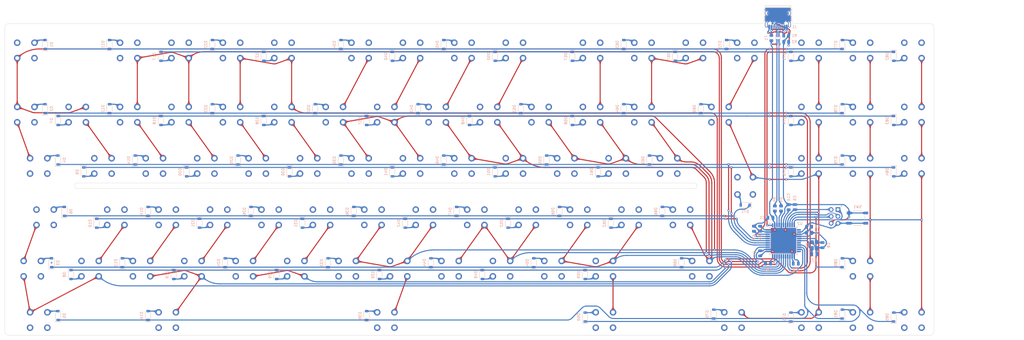
<source format=kicad_pcb>
(kicad_pcb (version 20221018) (generator pcbnew)
  (title_block (title "Noxary 280 Hi-Tek/NMB Series 725 PCB") (date "2023-11-07") (rev "0") (company "Lucas Jansen"))
  (layers (0 "F.Cu" signal) (31 "B.Cu" signal) (34 "B.Paste" user) (35 "F.Paste" user) (36 "B.SilkS" user "B.Silkscreen") (37 "F.SilkS" user "F.Silkscreen") (38 "B.Mask" user) (39 "F.Mask" user) (44 "Edge.Cuts" user))
  (net 0 "")
  (net 1 "VCC")
  (net 2 "GND")
  (net 3 "Net-(U2-XTAL1)")
  (net 4 "Net-(U2-XTAL2)")
  (net 5 "Net-(U2-AREF)")
  (net 6 "Net-(U2-UCAP)")
  (net 7 "/R0")
  (net 8 "Net-(D1-A)")
  (net 9 "/R2")
  (net 10 "Net-(D2-A)")
  (net 11 "MOSI")
  (net 12 "Net-(D3-A)")
  (net 13 "/R4")
  (net 14 "Net-(D4-A)")
  (net 15 "/R10")
  (net 16 "Net-(D5-A)")
  (net 17 "/R6")
  (net 18 "Net-(D6-A)")
  (net 19 "/R3")
  (net 20 "Net-(D7-A)")
  (net 21 "/R9")
  (net 22 "Net-(D8-A)")
  (net 23 "/R5")
  (net 24 "Net-(D9-A)")
  (net 25 "/R7")
  (net 26 "Net-(D10-A)")
  (net 27 "Net-(D11-A)")
  (net 28 "Net-(D12-A)")
  (net 29 "Net-(D13-A)")
  (net 30 "Net-(D14-A)")
  (net 31 "Net-(D15-A)")
  (net 32 "Net-(D16-A)")
  (net 33 "/R1")
  (net 34 "Net-(D17-A)")
  (net 35 "Net-(D18-A)")
  (net 36 "Net-(D19-A)")
  (net 37 "Net-(D20-A)")
  (net 38 "Net-(D21-A)")
  (net 39 "Net-(D22-A)")
  (net 40 "Net-(D23-A)")
  (net 41 "Net-(D24-A)")
  (net 42 "Net-(D25-A)")
  (net 43 "Net-(D26-A)")
  (net 44 "Net-(D27-A)")
  (net 45 "Net-(D28-A)")
  (net 46 "Net-(D29-A)")
  (net 47 "Net-(D30-A)")
  (net 48 "Net-(D31-A)")
  (net 49 "Net-(D32-A)")
  (net 50 "Net-(D33-A)")
  (net 51 "Net-(D34-A)")
  (net 52 "Net-(D35-A)")
  (net 53 "Net-(D36-A)")
  (net 54 "Net-(D37-A)")
  (net 55 "Net-(D38-A)")
  (net 56 "Net-(D39-A)")
  (net 57 "Net-(D40-A)")
  (net 58 "Net-(D41-A)")
  (net 59 "Net-(D42-A)")
  (net 60 "Net-(D43-A)")
  (net 61 "Net-(D44-A)")
  (net 62 "Net-(D45-A)")
  (net 63 "Net-(D46-A)")
  (net 64 "Net-(D47-A)")
  (net 65 "Net-(D48-A)")
  (net 66 "Net-(D49-A)")
  (net 67 "Net-(D50-A)")
  (net 68 "Net-(D51-A)")
  (net 69 "Net-(D52-A)")
  (net 70 "Net-(D53-A)")
  (net 71 "Net-(D54-A)")
  (net 72 "Net-(D55-A)")
  (net 73 "Net-(D56-A)")
  (net 74 "Net-(D57-A)")
  (net 75 "Net-(D58-A)")
  (net 76 "Net-(D59-A)")
  (net 77 "/R11")
  (net 78 "Net-(D60-A)")
  (net 79 "Net-(D61-A)")
  (net 80 "Net-(D62-A)")
  (net 81 "Net-(D63-A)")
  (net 82 "Net-(D64-A)")
  (net 83 "Net-(D65-A)")
  (net 84 "Net-(D66-A)")
  (net 85 "Net-(D67-A)")
  (net 86 "Net-(D68-A)")
  (net 87 "Net-(D69-A)")
  (net 88 "Net-(D70-A)")
  (net 89 "Net-(D71-A)")
  (net 90 "Net-(D72-A)")
  (net 91 "Net-(D73-A)")
  (net 92 "Net-(D74-A)")
  (net 93 "Net-(D75-A)")
  (net 94 "Net-(D76-A)")
  (net 95 "Net-(D77-A)")
  (net 96 "Net-(D78-A)")
  (net 97 "Net-(D79-A)")
  (net 98 "Net-(D80-A)")
  (net 99 "Net-(D81-A)")
  (net 100 "Net-(D82-A)")
  (net 101 "Net-(D83-A)")
  (net 102 "Net-(D84-A)")
  (net 103 "Net-(D85-A)")
  (net 104 "Net-(F1-Pad1)")
  (net 105 "Net-(J1-CC1)")
  (net 106 "Net-(J1-D+-PadA6)")
  (net 107 "Net-(J1-D--PadA7)")
  (net 109 "Net-(J1-CC2)")
  (net 111 "MISO")
  (net 112 "SCK")
  (net 113 "~{RESET}")
  (net 114 "D+")
  (net 115 "Net-(U2-D+)")
  (net 116 "Net-(U2-D-)")
  (net 117 "D-")
  (net 118 "Net-(U2-~{HWB}{slash}PE2)")
  (net 119 "/C0")
  (net 125 "Net-(SW10-Pad2)")
  (net 127 "Net-(SW11-2-Pad4)")
  (net 134 "/C1")
  (net 136 "Net-(SW13-2-Pad4)")
  (net 137 "Net-(SW14-Pad2)")
  (net 148 "Net-(SW19-2-Pad4)")
  (net 150 "Net-(SW20-Pad2)")
  (net 157 "/C2")
  (net 159 "Net-(SW24-2-Pad4)")
  (net 160 "Net-(SW25-Pad2)")
  (net 169 "Net-(SW29-2-Pad4)")
  (net 171 "Net-(SW30-Pad2)")
  (net 176 "Net-(SW33-Pad2)")
  (net 178 "/C3")
  (net 188 "Net-(SW38-Pad2)")
  (net 189 "Net-(SW39-Pad2)")
  (net 199 "Net-(SW44-Pad2)")
  (net 201 "/C4")
  (net 211 "Net-(SW49-Pad2)")
  (net 222 "/C5")
  (net 231 "Net-(SW58-2-Pad4)")
  (net 234 "Net-(SW60-2-Pad4)")
  (net 243 "Net-(SW64-2-Pad4)")
  (net 245 "/C6")
  (net 254 "Net-(SW70-Pad2)")
  (net 256 "/C7")
  (net 265 "Net-(SW74-2-Pad4)")
  (net 268 "Net-(SW75-2-Pad4)")
  (net 273 "Net-(SW78-2-Pad4)")
  (net 275 "Net-(SW79-2-Pad4)")
  (net 278 "Net-(SW81-2-Pad4)")
  (net 283 "Net-(SW83-2-Pad4)")
  (net 285 "Net-(SW84-2-Pad4)")
  (net 294 "Net-(SW3-1-Pad3)")
  (net 296 "Net-(SW4-Pad1)")
  (footprint "Hi-Tek_Series_725:SW_HiTek_725" (layer "F.Cu") (at 217.14375 122.30625)
    (fp_text reference "SW49")
    (fp_text value "SW_Push_4_Pin")
  )
  (footprint "Hi-Tek_Series_725:SW_HiTek_725" (layer "F.Cu") (at 121.89375 122.30625)
    (fp_text reference "SW24")
    (fp_text value "SW_Push_4_Pin")
  )
  (footprint "Hi-Tek_Series_725:SW_HiTek_725" (layer "F.Cu") (at 98.08125 198.50625)
    (fp_text reference "SW17")
    (fp_text value "SW_Push_4_Pin")
  )
  (footprint "Hi-Tek_Series_725:SW_HiTek_725" (layer "F.Cu") (at 255.24375 98.49375)
    (fp_text reference "SW58")
    (fp_text value "SW_Push_4_Pin")
  )
  (footprint "Hi-Tek_Series_725:SW_HiTek_725" (layer "F.Cu") (at 336.20625 141.35625)
    (fp_text reference "SW76")
    (fp_text value "SW_Push_4_Pin")
  )
  (footprint "Hi-Tek_Series_725:SW_HiTek_725" (layer "F.Cu") (at 295.725 179.45625)
    (fp_text reference "SW69")
    (fp_text value "SW_Push_4_Pin")
  )
  (footprint "Hi-Tek_Series_725:SW_HiTek_725" (layer "F.Cu") (at 336.20625 198.50625)
    (fp_text reference "SW77")
    (fp_text value "SW_Push_4_Pin")
  )
  (footprint "Hi-Tek_Series_725:SW_HiTek_725" (layer "F.Cu") (at 202.85625 179.45625)
    (fp_text reference "SW45")
    (fp_text value "SW_Push_4_Pin")
  )
  (footprint "Hi-Tek_Series_725:SW_HiTek_725" (layer "F.Cu") (at 355.25625 198.50625)
    (fp_text reference "SW82")
    (fp_text value "SW_Push_4_Pin")
  )
  (footprint "Hi-Tek_Series_725:SW_HiTek_725" (layer "F.Cu") (at 260.00625 179.45625)
    (fp_text reference "SW60")
    (fp_text value "SW_Push_4_Pin")
  )
  (footprint "Hi-Tek_Series_725:SW_HiTek_725" (layer "F.Cu") (at 140.94375 98.49375)
    (fp_text reference "SW28")
    (fp_text value "SW_Push_4_Pin")
  )
  (footprint "Hi-Tek_Series_725:SW_HiTek_725" (layer "F.Cu") (at 83.79375 122.30625)
    (fp_text reference "SW13")
    (fp_text value "SW_Push_4_Pin")
  )
  (footprint "Hi-Tek_Series_725:SW_HiTek_725" (layer "F.Cu") (at 131.41875 141.35625)
    (fp_text reference "SW26")
    (fp_text value "SW_Push_4_Pin")
  )
  (footprint "Hi-Tek_Series_725:SW_HiTek_725" (layer "F.Cu") (at 188.56875 98.49375)
    (fp_text reference "SW41")
    (fp_text value "SW_Push_4_Pin")
  )
  (footprint "Hi-Tek_Series_725:SW_HiTek_725" (layer "F.Cu") (at 179.04375 198.50625)
    (fp_text reference "SW39")
    (fp_text value "SW_Push_4_Pin")
  )
  (footprint "Hi-Tek_Series_725:SW_HiTek_725" (layer "F.Cu") (at 174.28125 160.40625)
    (fp_text reference "SW37")
    (fp_text value "SW_Push_4_Pin")
  )
  (footprint "Hi-Tek_Series_725:SW_HiTek_725" (layer "F.Cu") (at 274.29375 98.49375)
    (fp_text reference "SW64")
    (fp_text value "SW_Push_4_Pin")
  )
  (footprint "Hi-Tek_Series_725:SW_HiTek_725" (layer "F.Cu") (at 98.08125 160.40625)
    (fp_text reference "SW16")
    (fp_text value "SW_Push_4_Pin")
  )
  (footprint "Hi-Tek_Series_725:SW_HiTek_725" (layer "F.Cu") (at 226.66875 141.35625)
    (fp_text reference "SW52")
    (fp_text value "SW_Push_4_Pin")
  )
  (footprint "Hi-Tek_Series_725:SW_HiTek_725" (layer "F.Cu") (at 221.90625 179.45625)
    (fp_text reference "SW50")
    (fp_text value "SW_Push_4_Pin")
  )
  (footprint "Hi-Tek_Series_725:SW_HiTek_725" (layer "F.Cu") (at 274.29375 122.30625)
    (fp_text reference "SW65")
    (fp_text value "SW_Push_4_Pin")
  )
  (footprint "Hi-Tek_Series_725:SW_HiTek_725" (layer "F.Cu") (at 164.75625 179.45625)
    (fp_text reference "SW34")
    (fp_text value "SW_Push_4_Pin")
  )
  (footprint "Hi-Tek_Series_725:SW_HiTek_725" (layer "F.Cu") (at 245.71875 141.35625)
    (fp_text reference "SW56")
    (fp_text value "SW_Push_4_Pin")
  )
  (footprint "Hi-Tek_Series_725:SW_HiTek_725" (layer "F.Cu") (at 50.45625 198.50625)
    (fp_text reference "SW6")
    (fp_text value "SW_Push_4_Pin")
  )
  (footprint "Hi-Tek_Series_725:SW_HiTek_725" (layer "F.Cu") (at 269.53125 160.40625)
    (fp_text reference "SW63")
    (fp_text value "SW_Push_4_Pin")
  )
  (footprint "Hi-Tek_Series_725:SW_HiTek_725" (layer "F.Cu") (at 374.30625 141.35625)
    (fp_text reference "SW85")
    (fp_text value "SW_Push_4_Pin")
  )
  (footprint "Hi-Tek_Series_725:SW_HiTek_725" (layer "F.Cu") (at 226.66875 98.49375)
    (fp_text reference "SW51")
    (fp_text value "SW_Push_4_Pin")
  )
  (footprint "Hi-Tek_Series_725:SW_HiTek_725" (layer "F.Cu") (at 188.56875 141.35625)
    (fp_text reference "SW42")
    (fp_text value "SW_Push_4_Pin")
  )
  (footprint "Hi-Tek_Series_725:SW_HiTek_725" (layer "F.Cu") (at 155.23125 160.40625)
    (fp_text reference "SW32")
    (fp_text value "SW_Push_4_Pin")
  )
  (footprint "Hi-Tek_Series_725:SW_HiTek_725" (layer "F.Cu") (at 307.63125 198.50625)
    (fp_text reference "SW71")
    (fp_text value "SW_Push_4_Pin")
  )
  (footprint "Hi-Tek_Series_725:SW_HiTek_725" (layer "F.Cu") (at 312.39375 98.49375)
    (fp_text reference "SW73")
    (fp_text value "SW_Push_4_Pin")
  )
  (footprint "Hi-Tek_Series_725:SW_HiTek_725" (layer "F.Cu") (at 102.84375 98.49375)
    (fp_text reference "SW18")
    (fp_text value "SW_Push_4_Pin")
  )
  (footprint "Hi-Tek_Series_725:SW_HiTek_725" (layer "F.Cu") (at 45.69375 98.49375)
    (fp_text reference "SW2")
    (fp_text value "SW_Push_4_Pin")
  )
  (footprint "Hi-Tek_Series_725:SW_HiTek_725" (layer "F.Cu") (at 83.79375 98.49375)
    (fp_text reference "SW12")
    (fp_text value "SW_Push_4_Pin")
  )
  (footprint "Hi-Tek_Series_725:SW_HiTek_725" (layer "F.Cu") (at 207.61875 98.49375)
    (fp_text reference "SW46")
    (fp_text value "SW_Push_4_Pin")
  )
  (footprint "Hi-Tek_Series_725:SW_HiTek_725" (layer "F.Cu") (at 236.19375 122.30625)
    (fp_text reference "SW54")
    (fp_text value "SW_Push_4_Pin")
  )
  (footprint "Hi-Tek_Series_725:SW_HiTek_725" (layer "F.Cu") (at 169.51875 98.49375)
    (fp_text reference "SW35")
    (fp_text value "SW_Push_4_Pin")
  )
  (footprint "Hi-Tek_Series_725:SW_HiTek_725" (layer "F.Cu") (at 293.34375 98.49375)
    (fp_text reference "SW68")
    (fp_text value "SW_Push_4_Pin")
  )
  (footprint "Hi-Tek_Series_725:SW_HiTek_725" (layer "F.Cu") (at 74.26875 141.35625)
    (fp_text reference "SW10")
    (fp_text value "SW_Push_4_Pin")
  )
  (footprint "Hi-Tek_Series_725:SW_HiTek_725" (layer "F.Cu") (at 117.13125 160.40625)
    (fp_text reference "SW22")
    (fp_text value "SW_Push_4_Pin")
  )
  (footprint "Hi-Tek_Series_725:SW_HiTek_725" (layer "F.Cu") (at 150.46875 141.35625)
    (fp_text reference "SW31")
    (fp_text value "SW_Push_4_Pin")
  )
  (footprint "Hi-Tek_Series_725:SW_HiTek_725" (layer "F.Cu") (at 136.18125 160.40625)
    (fp_text reference "SW27")
    (fp_text value "SW_Push_4_Pin")
  )
  (footprint "Hi-Tek_Series_725:SW_HiTek_725" (layer "F.Cu") (at 374.30625 98.49375)
    (fp_text reference "SW83")
    (fp_text value "SW_Push_4_Pin")
  )
  (footprint "Hi-Tek_Series_725:SW_HiTek_725" (layer "F.Cu") (at 336.20625 122.30625)
    (fp_text reference "SW75")
    (fp_text value "SW_Push_4_Pin")
  )
  (footprint "Hi-Tek_Series_725:SW_HiTek_725" (layer "F.Cu") (at 355.25625 98.49375)
    (fp_text reference "SW78")
    (fp_text value "SW_Push_4_Pin")
  )
  (footprint "Hi-Tek_Series_725:SW_HiTek_725" (layer "F.Cu") (at 88.55625 179.45625)
    (fp_text reference "SW14")
    (fp_text value "SW_Push_4_Pin")
  )
  (footprint "Hi-Tek_Series_725:SW_HiTek_725" (layer "F.Cu") (at 169.51875 141.35625)
    (fp_text reference "SW36")
    (fp_text value "SW_Push_4_Pin")
  )
  (footprint "Hi-Tek_Series_725:SW_HiTek_725" (layer "F.Cu") (at 255.24375 122.30625)
    (fp_text reference "SW59")
    (fp_text value "SW_Push_4_Pin")
  )
  (footprint "Hi-Tek_Series_725:SW_HiTek_725" (layer "F.Cu") (at 264.76875 141.35625)
    (fp_text reference "SW62")
    (fp_text value "SW_Push_4_Pin")
  )
  (footprint "Hi-Tek_Series_725:SW_HiTek_725" (layer "F.Cu") (at 64.74375 122.30625)
    (fp_text reference "SW8")
    (fp_text value "SW_Push_4_Pin")
  )
  (footprint "Hi-Tek_Series_725:SW_HiTek_725" (layer "F.Cu") (at 240.95625 179.45625)
    (fp_text reference "SW55")
    (fp_text value "SW_Push_4_Pin")
  )
  (footprint "Hi-Tek_Series_725:SW_HiTek_725" (layer "F.Cu") (at 231.43125 160.40625)
    (fp_text reference "SW53")
    (fp_text value "SW_Push_4_Pin")
  )
  (footprint "Hi-Tek_Series_725:SW_HiTek_725" (layer "F.Cu") (at 179.04375 122.30625)
    (fp_text reference "SW38")
    (fp_text value "SW_Push_4_Pin")
  )
  (footprint "Hi-Tek_Series_725:SW_HiTek_725" (layer "F.Cu") (at 198.09375 122.30625)
    (fp_text reference "SW44")
    (fp_text value "SW_Push_4_Pin")
  )
  (footprint "Hi-Tek_Series_725:SW_HiTek_725" (layer "F.Cu") (at 159.99375 122.30625)
    (fp_text reference "SW33")
    (fp_text value "SW_Push_4_Pin")
  )
  (footprint "Hi-Tek_Series_725:SW_HiTek_725" (layer "F.Cu") (at 79.03125 160.40625)
    (fp_text reference "SW11")
    (fp_text value "SW_Push_4_Pin")
  )
  (footprint "Hi-Tek_Series_725:SW_HiTek_725" (layer "F.Cu") (at 302.86875 122.30625)
    (fp_text reference "SW70")
    (fp_text value "SW_Push_4_Pin")
  )
  (footprint "Hi-Tek_Series_725:SW_HiTek_725" (layer "F.Cu") (at 355.25625 179.45625)
    (fp_text reference "SW81")
    (fp_text value "SW_Push_4_Pin")
  )
  (footprint "Hi-Tek_Series_725:SW_HiTek_725" (layer "F.Cu") (at 193.33125 160.40625)
    (fp_text reference "SW43")
    (fp_text value "SW_Push_4_Pin")
  )
  (footprint "Hi-Tek_Series_725:SW_HiTek_725" (layer "F.Cu") (at 102.84375 122.30625)
    (fp_text reference "SW19")
    (fp_text value "SW_Push_4_Pin")
  )
  (footprint "Hi-Tek_Series_725:SW_HiTek_725" (layer "F.Cu") (at 93.31875 141.35625)
    (fp_text reference "SW15")
    (fp_text value "SW_Push_4_Pin")
  )
  (footprint "Hi-Tek_Series_725:SW_HiTek_725" (layer "F.Cu") (at 374.30625 122.30625)
    (fp_text reference "SW84")
    (fp_text value "SW_Push_4_Pin")
  )
  (footprint "Hi-Tek_Series_725:SW_HiTek_725" (layer "F.Cu") (at 107.60625 179.45625)
    (fp_text reference "SW20")
    (fp_text value "SW_Push_4_Pin")
  )
  (footprint "Hi-Tek_Series_725:SW_HiTek_725" (layer "F.Cu") (at 45.69375 122.30625)
    (fp_text reference "SW3")
    (fp_text value "SW_Push_4_Pin")
  )
  (footprint "Hi-Tek_Series_725:SW_HiTek_725" (layer "F.Cu") (at 260.00625 198.50625)
    (fp_text reference "SW61")
    (fp_text value "SW_Push_4_Pin")
  )
  (footprint "Hi-Tek_Series_725:SW_HiTek_725" (layer "F.Cu") (at 50.45625 141.35625)
    (fp_text reference "SW5")
    (fp_text value "SW_Push_4_Pin")
  )
  (footprint "Hi-Tek_Series_725:SW_HiTek_725" (layer "F.Cu") (at 48.075 179.45625)
    (fp_text reference "SW4")
    (fp_text value "SW_Push_4_Pin")
  )
  (footprint "Hi-Tek_Series_725:SW_HiTek_725" (layer "F.Cu") (at 126.65625 179.45625)
    (fp_text reference "SW25")
    (fp_text value "SW_Push_4_Pin")
  )
  (footprint "Hi-Tek_Series_725:SW_HiTek_725" (layer "F.Cu") (at 336.20625 98.49375)
    (fp_text reference "SW74")
    (fp_text value "SW_Push_4_Pin")
  )
  (footprint "Hi-Tek_Series_725:SW_HiTek_725" (layer "F.Cu") (at 207.61875 141.35625)
    (fp_text reference "SW47")
    (fp_text value "SW_Push_4_Pin")
  )
  (footprint "Hi-Tek_Series_725:SW_HiTek_725" (layer "F.Cu") (at 310.0125 150.88125 90)
    (fp_text reference "SW72")
    (fp_text value "SW_Push_4_Pin")
  )
  (footprint "Hi-Tek_Series_725:SW_HiTek_725" (layer "F.Cu") (at 374.30625 198.50625)
    (fp_text reference "SW86")
    (fp_text value "SW_Push_4_Pin")
  )
  (footprint "Hi-Tek_Series_725:SW_HiTek_725" (layer "F.Cu") (at 355.25625 141.35625)
    (fp_text reference "SW80")
    (fp_text value "SW_Push_4_Pin")
  )
  (footprint "Hi-Tek_Series_725:SW_HiTek_725" (layer "F.Cu") (at 212.38125 160.40625)
    (fp_text reference "SW48")
    (fp_text value "SW_Push_4_Pin")
  )
  (footprint "Hi-Tek_Series_725:SW_HiTek_725" (layer "F.Cu") (at 121.89375 98.49375)
    (fp_text reference "SW23")
    (fp_text value "SW_Push_4_Pin")
  )
  (footprint "Hi-Tek_Series_725:SW_HiTek_725" (layer "F.Cu") (at 183.80625 179.45625)
    (fp_text reference "SW40")
    (fp_text value "SW_Push_4_Pin")
  )
  (footprint "Hi-Tek_Series_725:SW_HiTek_725" (layer "F.Cu") (at 250.48125 160.40625)
    (fp_text reference "SW57")
    (fp_text value "SW_Push_4_Pin")
  )
  (footprint "Hi-Tek_Series_725:SW_HiTek_725" (layer "F.Cu") (at 288.58125 160.40625)
    (fp_text reference "SW67")
    (fp_text value "SW_Push_4_Pin")
  )
  (footprint "Hi-Tek_Series_725:SW_HiTek_725" (layer "F.Cu") (at 140.94375 122.30625)
    (fp_text reference "SW29")
    (fp_text value "SW_Push_4_Pin")
  )
  (footprint "Hi-Tek_Series_725:SW_HiTek_725" (layer "F.Cu") (at 283.81875 141.35625)
    (fp_text reference "SW66")
    (fp_text value "SW_Push_4_Pin")
  )
  (footprint "Hi-Tek_Series_725:SW_HiTek_725" (layer "F.Cu") (at 69.50625 179.45625)
    (fp_text reference "SW9")
    (fp_text value "SW_Push_4_Pin")
  )
  (footprint "Hi-Tek_Series_725:SW_HiTek_725" (layer "F.Cu") (at 52.8375 160.40625)
    (fp_text reference "SW7")
    (fp_text value "SW_Push_4_Pin")
  )
  (footprint "Hi-Tek_Series_725:SW_HiTek_725" (layer "F.Cu") (at 112.36875 141.35625)
    (fp_text reference "SW21")
    (fp_text value "SW_Push_4_Pin")
  )
  (footprint "Hi-Tek_Series_725:SW_HiTek_725" (layer "F.Cu") (at 145.70625 179.45625)
    (fp_text reference "SW30")
    (fp_text value "SW_Push_4_Pin")
  )
  (footprint "Hi-Tek_Series_725:SW_HiTek_725" (layer "F.Cu") (at 355.25625 122.30625)
    (fp_text reference "SW79")
    (fp_text value "SW_Push_4_Pin")
  )
  (footprint "Diode_SMD:D_SOD-123" (layer "B.Cu") (at 52.8375 122.25625 90)
    (fp_text reference "D2")
    (fp_text value "D_Small_Filled")
  )
  (footprint "Diode_SMD:D_SOD-123" (layer "B.Cu") (at 57.6 199.00625 90)
    (fp_text reference "D5")
    (fp_text value "D_Small_Filled")
  )
  (footprint "Diode_SMD:D_SOD-123" (layer "B.Cu") (at 267.15 98.44375 90)
    (fp_text reference "D63")
    (fp_text value "D_Small_Filled")
  )
  (footprint "Diode_SMD:D_SOD-123" (layer "B.Cu") (at 367.1625 145.70625 -90)
    (fp_text reference "D84")
    (fp_text value "D_Small_Filled")
  )
  (footprint "Diode_SMD:D_SOD-123" (layer "B.Cu") (at 52.8375 98.44375 90)
    (fp_text reference "D1")
    (fp_text value "D_Small_Filled")
  )
  (footprint "Diode_SMD:D_SOD-123" (layer "B.Cu") (at 162.375 98.44375 90)
    (fp_text reference "D34")
    (fp_text value "D_Small_Filled")
  )
  (footprint "Diode_SMD:D_SOD-123" (layer "B.Cu") (at 181.425 145.70625 -90)
    (fp_text reference "D41")
    (fp_text value "D_Small_Filled")
  )
  (footprint "Diode_SMD:D_SOD-123" (layer "B.Cu") (at 124.275 141.30625 90)
    (fp_text reference "D25")
    (fp_text value "D_Small_Filled")
  )
  (footprint "Diode_SMD:D_SOD-123" (layer "B.Cu") (at 157.6125 179.40625 90)
    (fp_text reference "D33")
    (fp_text value "D_Small_Filled")
  )
  (footprint "Diode_SMD:D_SOD-123" (layer "B.Cu") (at 190.95 122.25625 90)
    (fp_text reference "D43")
    (fp_text value "D_Small_Filled")
  )
  (footprint "Capacitor_SMD:C_0805_2012Metric" (layer "B.Cu") (at 328.237 158.787 90)
    (fp_text reference "C10")
    (fp_text value "1u" hide)
  )
  (footprint "Diode_SMD:D_SOD-123" (layer "B.Cu") (at 224.2875 164.75625 -90)
    (fp_text reference "D52")
    (fp_text value "D_Small_Filled")
  )
  (footprint "Diode_SMD:D_SOD-123" (layer "B.Cu") (at 114.75 98.44375 90)
    (fp_text reference "D22")
    (fp_text value "D_Small_Filled")
  )
  (footprint "Connector_PinHeader_2.54mm:PinHeader_2x03_P2.54mm_Vertical" (layer "B.Cu") (at 346.53 159.691 180)
    (fp_text reference "J2" hide)
    (fp_text value "AVR-ISP-6")
  )
  (footprint "Capacitor_SMD:C_0805_2012Metric" (layer "B.Cu") (at 315.41 166.788 -90)
    (fp_text reference "C9")
    (fp_text value "0u1")
  )
  (footprint "Diode_SMD:D_SOD-123" (layer "B.Cu") (at 262.3875 164.75625 -90)
    (fp_text reference "D62")
    (fp_text value "D_Small_Filled")
  )
  (footprint "Diode_SMD:D_SOD-123" (layer "B.Cu") (at 300.4875 198.45625 90)
    (fp_text reference "D70")
    (fp_text value "D_Small_Filled")
  )
  (footprint "Diode_SMD:D_SOD-123" (layer "B.Cu") (at 119.5125 179.40625 90)
    (fp_text reference "D24")
    (fp_text value "D_Small_Filled")
  )
  (footprint "Diode_SMD:D_SOD-123" (layer "B.Cu") (at 71.8875 164.75625 -90)
    (fp_text reference "D10")
    (fp_text value "D_Small_Filled")
  )
  (footprint "Diode_SMD:D_SOD-123" (layer "B.Cu") (at 295.725 122.25625 90)
    (fp_text reference "D69")
    (fp_text value "D_Small_Filled")
  )
  (footprint "Diode_SMD:D_SOD-123" (layer "B.Cu") (at 367.1625 199.55625 90)
    (fp_text reference "D85")
    (fp_text value "D_Small_Filled")
  )
  (footprint "Diode_SMD:D_SOD-123" (layer "B.Cu") (at 305.25 98.44375 90)
    (fp_text reference "D72")
    (fp_text value "D_Small_Filled")
  )
  (footprint "Package_TO_SOT_SMD:SOT-666" (layer "B.Cu") (at 324.3 96.05 -90)
    (fp_text reference "U1")
    (fp_text value "USBLC6-2P6")
  )
  (footprint "Capacitor_SMD:C_0805_2012Metric" (layer "B.Cu") (at 330.904 179.742)
    (fp_text reference "C3")
    (fp_text value "0u1")
  )
  (footprint "Diode_SMD:D_SOD-123" (layer "B.Cu") (at 171.9 199.00625 90)
    (fp_text reference "D38")
    (fp_text value "D_Small_Filled")
  )
  (footprint "Diode_SMD:D_SOD-123" (layer "B.Cu") (at 200.475 98.44375 90)
    (fp_text reference "D45")
    (fp_text value "D_Small_Filled")
  )
  (footprint "Capacitor_SMD:C_0805_2012Metric" (layer "B.Cu") (at 337.762 176.313 180)
    (fp_text reference "C7")
    (fp_text value "22p")
  )
  (footprint "Diode_SMD:D_SOD-123" (layer "B.Cu") (at 148.0875 164.75625 -90)
    (fp_text reference "D31")
    (fp_text value "D_Small_Filled")
  )
  (footprint "Diode_SMD:D_SOD-123" (layer "B.Cu") (at 62.3625 183.80625 -90)
    (fp_text reference "D8")
    (fp_text value "D_Small_Filled")
  )
  (footprint "Capacitor_SMD:C_0805_2012Metric" (layer "B.Cu") (at 340.81 172.884 -90)
    (fp_text reference "C8")
    (fp_text value "22p")
  )
  (footprint "Diode_SMD:D_SOD-123" (layer "B.Cu") (at 219.525 102.84375 -90)
    (fp_text reference "D50")
    (fp_text value "D_Small_Filled")
  )
  (footprint "Resistor_SMD:R_0805_2012Metric" (layer "B.Cu") (at 320.617 179.742)
    (fp_text reference "R6")
    (fp_text value "10k")
  )
  (footprint "Diode_SMD:D_SOD-123" (layer "B.Cu") (at 176.6625 183.80625 -90)
    (fp_text reference "D39")
    (fp_text value "D_Small_Filled")
  )
  (footprint "Diode_SMD:D_SOD-123" (layer "B.Cu") (at 205.2375 160.35625 90)
    (fp_text reference "D47")
    (fp_text value "D_Small_Filled")
  )
  (footprint "Diode_SMD:D_SOD-123" (layer "B.Cu") (at 76.65 122.25625 90)
    (fp_text reference "D12")
    (fp_text value "D_Small_Filled")
  )
  (footprint "Diode_SMD:D_SOD-123" (layer "B.Cu") (at 90.9375 199.00625 90)
    (fp_text reference "D16")
    (fp_text value "D_Small_Filled")
  )
  (footprint "Crystal:Crystal_SMD_SeikoEpson_FA238-4Pin_3.2x2.5mm" (layer "B.Cu") (at 337.762 172.884 90)
    (fp_text reference "Y1")
    (fp_text value "16MHz")
  )
  (footprint "Diode_SMD:D_SOD-123" (layer "B.Cu") (at 167.1375 160.35625 90)
    (fp_text reference "D36")
    (fp_text value "D_Small_Filled")
  )
  (footprint "Diode_SMD:D_SOD-123" (layer "B.Cu") (at 243.3375 160.35625 90)
    (fp_text reference "D56")
    (fp_text value "D_Small_Filled")
  )
  (footprint "Diode_SMD:D_SOD-123" (layer "B.Cu") (at 286.2 102.84375 -90)
    (fp_text reference "D67")
    (fp_text value "D_Small_Filled")
  )
  (footprint "Diode_SMD:D_SOD-123" (layer "B.Cu") (at 348.1125 141.30625 90)
    (fp_text reference "D79")
    (fp_text value "D_Small_Filled")
  )
  (footprint "Capacitor_SMD:C_0805_2012Metric" (layer "B.Cu") (at 330.523 158.787 90)
    (fp_text reference "C6")
    (fp_text value "4u7")
  )
  (footprint "Diode_SMD:D_SOD-123" (layer "B.Cu") (at 195.7125 179.40625 90)
    (fp_text reference "D44")
    (fp_text value "D_Small_Filled")
  )
  (footprint "Diode_SMD:D_SOD-123" (layer "B.Cu") (at 276.675 141.30625 90)
    (fp_text reference "D65")
    (fp_text value "D_Small_Filled")
  )
  (footprint "Diode_SMD:D_SOD-123" (layer "B.Cu") (at 257.625 145.70625 -90)
    (fp_text reference "D61")
    (fp_text value "D_Small_Filled")
  )
  (footprint "Diode_SMD:D_SOD-123" (layer "B.Cu") (at 200.475 141.30625 90)
    (fp_text reference "D46")
    (fp_text value "D_Small_Filled")
  )
  (footprint "Capacitor_SMD:C_0805_2012Metric" (layer "B.Cu") (at 321.506 162.724 180)
    (fp_text reference "C1")
    (fp_text value "0u1")
  )
  (footprint "Diode_SMD:D_SOD-123" (layer "B.Cu") (at 90.9375 160.35625 90)
    (fp_text reference "D15")
    (fp_text value "D_Small_Filled")
  )
  (footprint "Diode_SMD:D_SOD-123" (layer "B.Cu") (at 248.1 102.84375 -90)
    (fp_text reference "D57")
    (fp_text value "D_Small_Filled")
  )
  (footprint "Diode_SMD:D_SOD-123" (layer "B.Cu") (at 233.8125 179.40625 90)
    (fp_text reference "D54")
    (fp_text value "D_Small_Filled")
  )
  (footprint "Diode_SMD:D_SOD-123" (layer "B.Cu") (at 105.225 145.70625 -90)
    (fp_text reference "D20")
    (fp_text value "D_Small_Filled")
  )
  (footprint "Diode_SMD:D_SOD-123" (layer "B.Cu") (at 152.85 122.25625 90)
    (fp_text reference "D32")
    (fp_text value "D_Small_Filled")
  )
  (footprint "Diode_SMD:D_SOD-123" (layer "B.Cu") (at 329.0625 199.55625 90)
    (fp_text reference "D76")
    (fp_text value "D_Small_Filled")
  )
  (footprint "Diode_SMD:D_SOD-123" (layer "B.Cu") (at 86.175 141.30625 90)
    (fp_text reference "D14")
    (fp_text value "D_Small_Filled")
  )
  (footprint "Diode_SMD:D_SOD-123" (layer "B.Cu") (at 219.525 145.70625 -90)
    (fp_text reference "D51")
    (fp_text value "D_Small_Filled")
  )
  (footprint "Resistor_SMD:R_0805_2012Metric" (layer "B.Cu") (at 325.443 159.295 -90)
    (fp_text reference "R4")
    (fp_text value "22R" hide)
  )
  (footprint "Fuse:Fuse_0805_2012Metric" (layer "B.Cu") (at 321.85 96.05 -90)
    (fp_text reference "F1")
    (fp_text value "100mA")
  )
  (footprint "Diode_SMD:D_SOD-123" (layer "B.Cu") (at 367.1625 126.65625 -90)
    (fp_text reference "D83")
    (fp_text value "D_Small_Filled")
  )
  (footprint "Diode_SMD:D_SOD-123" (layer "B.Cu") (at 348.1125 98.44375 90)
    (fp_text reference "D77")
    (fp_text value "D_Small_Filled")
  )
  (footprint "Diode_SMD:D_SOD-123" (layer "B.Cu") (at 312.1625 158.025 180)
    (fp_text reference "D71")
    (fp_text value "D_Small_Filled")
  )
  (footprint "Diode_SMD:D_SOD-123" (layer "B.Cu") (at 186.1875 164.75625 -90)
    (fp_text reference "D42")
    (fp_text value "D_Small_Filled")
  )
  (footprint "Diode_SMD:D_SOD-123" (layer "B.Cu") (at 267.15 122.25625 90)
    (fp_text reference "D64")
    (fp_text value "D_Small_Filled")
  )
  (footprint "Diode_SMD:D_SOD-123" (layer "B.Cu") (at 109.9875 164.75625 -90)
    (fp_text reference "D21")
    (fp_text value "D_Small_Filled")
  )
  (footprint "Diode_SMD:D_SOD-123" (layer "B.Cu") (at 210 126.65625 -90)
    (fp_text reference "D48")
    (fp_text value "D_Small_Filled")
  )
  (footprint "Diode_SMD:D_SOD-123" (layer "B.Cu") (at 114.75 122.25625 90)
    (fp_text reference "D23")
    (fp_text value "D_Small_Filled")
  )
  (footprint "Diode_SMD:D_SOD-123" (layer "B.Cu") (at 329.0625 126.65625 -90)
    (fp_text reference "D74")
    (fp_text value "D_Small_Filled")
  )
  (footprint "Diode_SMD:D_SOD-123" (layer "B.Cu") (at 348.1125 198.45625 90)
    (fp_text reference "D81")
    (fp_text value "D_Small_Filled")
  )
  (footprint "Diode_SMD:D_SOD-123" (layer "B.Cu") (at 248.1 126.65625 -90)
    (fp_text reference "D58")
    (fp_text value "D_Small_Filled")
  )
  (footprint "Diode_SMD:D_SOD-123" (layer "B.Cu") (at 55.21875 179.40625 90)
    (fp_text reference "D3")
    (fp_text value "D_Small_Filled")
  )
  (footprint "Diode_SMD:D_SOD-123" (layer "B.Cu") (at 57.6 126.65625 -90)
    (fp_text reference "D7")
    (fp_text value "D_Small_Filled")
  )
  (footprint "Diode_SMD:D_SOD-123" (layer "B.Cu") (at 329.0625 102.84375 -90)
    (fp_text reference "D73")
    (fp_text value "D_Small_Filled")
  )
  (footprint "Diode_SMD:D_SOD-123" (layer "B.Cu") (at 133.8 126.65625 -90)
    (fp_text reference "D28")
    (fp_text value "D_Small_Filled")
  )
  (footprint "Capacitor_SMD:C_0805_2012Metric" (layer "B.Cu") (at 317.696 166.788 -90)
    (fp_text reference "C5")
    (fp_text value "0u1")
  )
  (footprint "Diode_SMD:D_SOD-123" (layer "B.Cu") (at 59.98125 160.35625 90)
    (fp_text reference "D6")
    (fp_text value "D_Small_Filled")
  )
  (footprint "Diode_SMD:D_SOD-123" (layer "B.Cu") (at 252.8625 199.55625 90)
    (fp_text reference "D60")
    (fp_text value "D_Small_Filled")
  )
  (footprint "Capacitor_SMD:C_0805_2012Metric" (layer "B.Cu") (at 317.696 175.932 90)
    (fp_text reference "C4")
    (fp_text value "0u1" hide)
  )
  (footprint "Diode_SMD:D_SOD-123" (layer "B.Cu") (at 252.8625 183.80625 -90)
    (fp_text reference "D59")
    (fp_text value "D_Small_Filled")
  )
  (footprint "Diode_SMD:D_SOD-123" (layer "B.Cu") (at 281.4375 160.35625 90)
    (fp_text reference "D66")
    (fp_text value "D_Small_Filled")
  )
  (footprint "Diode_SMD:D_SOD-123" (layer "B.Cu") (at 171.9 126.65625 -90)
    (fp_text reference "D37")
    (fp_text value "D_Small_Filled")
  )
  (footprint "Button_Switch_SMD:SW_SPST_TL3342" (layer "B.Cu") (at 353.764 162.851)
    (fp_text reference "SW1")
    (fp_text value "SW_Push")
  )
  (footprint "Package_QFP:TQFP-44_10x10mm_P0.8mm" (layer "B.Cu") (at 326.332 171.233 -90)
    (fp_text reference "U2")
    (fp_text value "ATmega32U4-A")
  )
  (footprint "Resistor_SMD:R_0805_2012Metric" (layer "B.Cu") (at 327.348 95.16 180)
    (fp_text reference "R1")
    (fp_text value "5k1")
  )
  (footprint "Diode_SMD:D_SOD-123" (layer "B.Cu") (at 214.7625 183.80625 -90)
    (fp_text reference "D49")
    (fp_text value "D_Small_Filled")
  )
  (footprint "Diode_SMD:D_SOD-123" (layer "B.Cu") (at 181.425 102.84375 -90)
    (fp_text reference "D40")
    (fp_text value "D_Small_Filled")
  )
  (footprint "Diode_SMD:D_SOD-123" (layer "B.Cu") (at 238.575 141.30625 90)
    (fp_text reference "D55")
    (fp_text value "D_Small_Filled")
  )
  (footprint "Diode_SMD:D_SOD-123" (layer "B.Cu") (at 95.7 126.65625 -90)
    (fp_text reference "D18")
    (fp_text value "D_Small_Filled")
  )
  (footprint "Diode_SMD:D_SOD-123" (layer "B.Cu") (at 162.375 141.30625 90)
    (fp_text reference "D35")
    (fp_text value "D_Small_Filled")
  )
  (footprint "Diode_SMD:D_SOD-123" (layer "B.Cu") (at 67.125 145.70625 -90)
    (fp_text reference "D9")
    (fp_text value "D_Small_Filled")
  )
  (footprint "Diode_SMD:D_SOD-123" (layer "B.Cu") (at 57.6 141.30625 90)
    (fp_text reference "D4")
    (fp_text value "D_Small_Filled")
  )
  (footprint "Resistor_SMD:R_0805_2012Metric" (layer "B.Cu") (at 327.348 97.446)
    (fp_text reference "R2")
    (fp_text value "5k1")
  )
  (footprint "Diode_SMD:D_SOD-123" (layer "B.Cu") (at 367.1625 102.84375 -90)
    (fp_text reference "D82")
    (fp_text value "D_Small_Filled")
  )
  (footprint "Resistor_SMD:R_0805_2012Metric" (layer "B.Cu") (at 335.857 166.026)
    (fp_text reference "R3")
    (fp_text value "10k")
  )
  (footprint "Capacitor_SMD:C_0805_2012Metric" (layer "B.Cu") (at 335.857 168.312)
    (fp_text reference "C2")
    (fp_text value "0u1")
  )
  (footprint "Diode_SMD:D_SOD-123" (layer "B.Cu") (at 329.0625 145.70625 -90)
    (fp_text reference "D75")
    (fp_text value "D_Small_Filled")
  )
  (footprint "Diode_SMD:D_SOD-123" (layer "B.Cu") (at 133.8 102.84375 -90)
    (fp_text reference "D27")
    (fp_text value "D_Small_Filled")
  )
  (footprint "Diode_SMD:D_SOD-123" (layer "B.Cu") (at 138.5625 183.80625 -90)
    (fp_text reference "D29")
    (fp_text value "D_Small_Filled")
  )
  (footprint "Resistor_SMD:R_0805_2012Metric" (layer "B.Cu") (at 323.157 159.295 90)
    (fp_text reference "R5")
    (fp_text value "22R")
  )
  (footprint "Diode_SMD:D_SOD-123" (layer "B.Cu") (at 76.65 98.44375 90)
    (fp_text reference "D11")
    (fp_text value "D_Small_Filled")
  )
  (footprint "Diode_SMD:D_SOD-123" (layer "B.Cu") (at 229.05 122.25625 90)
    (fp_text reference "D53")
    (fp_text value "D_Small_Filled")
  )
  (footprint "Diode_SMD:D_SOD-123" (layer "B.Cu") (at 81.4125 179.40625 90)
    (fp_text reference "D13")
    (fp_text value "D_Small_Filled")
  )
  (footprint "Diode_SMD:D_SOD-123" (layer "B.Cu") (at 143.325 145.70625 -90)
    (fp_text reference "D30")
    (fp_text value "D_Small_Filled")
  )
  (footprint "Diode_SMD:D_SOD-123" (layer "B.Cu") (at 129.0375 160.35625 90)
    (fp_text reference "D26")
    (fp_text value "D_Small_Filled")
  )
  (footprint "Diode_SMD:D_SOD-123" (layer "B.Cu") (at 95.7 102.84375 -90)
    (fp_text reference "D17")
    (fp_text value "D_Small_Filled")
  )
  (footprint "Diode_SMD:D_SOD-123" (layer "B.Cu") (at 288.58125 179.40625 90)
    (fp_text reference "D68")
    (fp_text value "D_Small_Filled")
  )
  (footprint "Diode_SMD:D_SOD-123" (layer "B.Cu") (at 348.1125 179.40625 90)
    (fp_text reference "D80")
    (fp_text value "D_Small_Filled")
  )
  (footprint "Connector_USB:USB_C_Receptacle_HRO_TYPE-C-31-M-12" (layer "B.Cu") (at 324.3 87.89375)
    (fp_text reference "J1")
    (fp_text value "USB_C_Receptacle_USB2.0")
  )
  (footprint "Diode_SMD:D_SOD-123" (layer "B.Cu") (at 348.1125 122.25625 90)
    (fp_text reference "D78")
    (fp_text value "D_Small_Filled")
  )
  (footprint "Diode_SMD:D_SOD-123" (layer "B.Cu") (at 100.4625 183.80625 -90)
    (fp_text reference "D19")
    (fp_text value "D_Small_Filled")
  )
  (gr_circle (center 55.21875 179.40625) (end 55.45 179.40625) (stroke (width 0.2)) (fill none) (layer "B.Cu"))
  (gr_circle (center 321.379 164.883) (end 321.504 164.883) (stroke (width 0.25)) (fill none) (layer "B.SilkS"))
  (gr_circle (center 335.984 175.043) (end 336.109 175.043) (stroke (width 0.25)) (fill none) (layer "B.SilkS"))
  (gr_circle (center 347.795 158.406) (end 347.92 158.406) (stroke (width 0.25)) (fill none) (layer "B.SilkS"))
  (gr_arc (start 319.1 89.69375) (mid 318.807107 90.400856) (end 318.1 90.69375) (stroke (width 0.1)) (layer "Edge.Cuts"))
  (gr_line (start 64.74375 149.88125) (end 293.34375 149.88125) (stroke (width 0.1)) (layer "Edge.Cuts"))
  (gr_line (start 39.39375 206.30625) (end 380.60625 206.30625) (stroke (width 0.1)) (layer "Edge.Cuts"))
  (gr_line (start 330.5 90.69375) (end 380.60625 90.69375) (stroke (width 0.1)) (layer "Edge.Cuts"))
  (gr_line (start 39.39375 90.69375) (end 318.1 90.69375) (stroke (width 0.1)) (layer "Edge.Cuts"))
  (gr_arc (start 382.10625 204.80625) (mid 381.66691 205.86691) (end 380.60625 206.30625) (stroke (width 0.1)) (layer "Edge.Cuts"))
  (gr_arc (start 293.34375 149.88125) (mid 294.34375 150.88125) (end 293.34375 151.88125) (stroke (width 0.1)) (layer "Edge.Cuts"))
  (gr_line (start 320.1 84.49375) (end 328.5 84.49375) (stroke (width 0.1)) (layer "Edge.Cuts"))
  (gr_line (start 329.5 85.49375) (end 329.5 89.69375) (stroke (width 0.1)) (layer "Edge.Cuts"))
  (gr_arc (start 328.5 84.49375) (mid 329.207106 84.786643) (end 329.5 85.49375) (stroke (width 0.1)) (layer "Edge.Cuts"))
  (gr_line (start 382.10625 92.19375) (end 382.10625 204.80625) (stroke (width 0.1)) (layer "Edge.Cuts"))
  (gr_arc (start 64.74375 151.88125) (mid 63.74375 150.88125) (end 64.74375 149.88125) (stroke (width 0.1)) (layer "Edge.Cuts"))
  (gr_line (start 319.1 89.69375) (end 319.1 85.49375) (stroke (width 0.1)) (layer "Edge.Cuts"))
  (gr_arc (start 37.89375 92.19375) (mid 38.33309 91.13309) (end 39.39375 90.69375) (stroke (width 0.1)) (layer "Edge.Cuts"))
  (gr_arc (start 380.60625 90.69375) (mid 381.66691 91.13309) (end 382.10625 92.19375) (stroke (width 0.1)) (layer "Edge.Cuts"))
  (gr_line (start 293.34375 151.88125) (end 64.74375 151.88125) (stroke (width 0.1)) (layer "Edge.Cuts"))
  (gr_arc (start 319.1 85.49375) (mid 319.392893 84.786644) (end 320.1 84.49375) (stroke (width 0.1)) (layer "Edge.Cuts"))
  (gr_arc (start 39.39375 206.30625) (mid 38.33309 205.86691) (end 37.89375 204.80625) (stroke (width 0.1)) (layer "Edge.Cuts"))
  (gr_line (start 37.89375 92.19375) (end 37.89375 204.80625) (stroke (width 0.1)) (layer "Edge.Cuts"))
  (gr_arc (start 330.5 90.69375) (mid 329.792894 90.400857) (end 329.5 89.69375) (stroke (width 0.1)) (layer "Edge.Cuts"))
  (segment (start 329.507 175.17) (end 322.395 175.17) (width 0.381) (layer "F.Cu") (net 1))
  (segment (start 330.269 168.82) (end 328.618 168.82) (width 0.381) (layer "F.Cu") (net 1))
  (segment (start 323.157 167.296) (end 327.094 167.296) (width 0.381) (layer "F.Cu") (net 1))
  (segment (start 328.618 168.82) (end 327.094 167.296) (width 0.381) (layer "F.Cu") (net 1))
  (segment (start 321.887 98.335) (end 324.3 98.335) (width 0.381) (layer "F.Cu") (net 1))
  (segment (start 323.157 174.408) (end 322.395 175.17) (width 0.381) (layer "F.Cu") (net 1))
  (segment (start 323.157 167.296) (end 323.157 174.408) (width 0.381) (layer "F.Cu") (net 1))
  (via (at 321.887 98.335) (size 0.762) (drill 0.381) (layers "F.Cu" "B.Cu") (net 1))
  (via (at 330.269 168.82) (size 0.762) (drill 0.381) (layers "F.Cu" "B.Cu") (net 1))
  (via (at 327.094 167.296) (size 0.762) (drill 0.381) (layers "F.Cu" "B.Cu") (net 1))
  (via (at 324.3 98.335) (size 0.762) (drill 0.381) (layers "F.Cu" "B.Cu") (net 1))
  (via (at 323.157 167.296) (size 0.762) (drill 0.381) (layers "F.Cu" "B.Cu") (net 1))
  (via (at 322.395 175.17) (size 0.762) (drill 0.381) (layers "F.Cu" "B.Cu") (net 1))
  (via (at 329.507 175.17) (size 0.762) (drill 0.381) (layers "F.Cu" "B.Cu") (net 1))
  (segment (start 322.903 164.248) (end 322.649 163.994) (width 0.381) (layer "B.Cu") (net 1))
  (segment (start 324.3 96.855) (end 324.3 98.335) (width 0.25) (layer "B.Cu") (net 1))
  (segment (start 323.132 165.533) (end 323.132 164.800854) (width 0.381) (layer "B.Cu") (net 1))
  (segment (start 321.85 98.087859) (end 321.85 98.245675) (width 0.381) (layer "B.Cu") (net 1))
  (segment (start 322.268 99.754847) (end 322.268 154.89358) (width 0.381) (layer "B.Cu") (net 1))
  (segment (start 318.966 166.915) (end 318.025472 165.974472) (width 0.381) (layer "B.Cu") (net 1))
  (segment (start 318.458 176.313) (end 319.313847 175.457153) (width 0.381) (layer "B.Cu") (net 1))
  (segment (start 334.31121 168.312) (end 334.907 168.312) (width 0.381) (layer "B.Cu") (net 1))
  (segment (start 321.887 98.335) (end 321.887 98.835032) (width 0.381) (layer "B.Cu") (net 1))
  (segment (start 318.025471 176.745528) (end 318.458 176.313) (width 0.381) (layer "B.Cu") (net 1))
  (segment (start 322.332 175.233) (end 322.395 175.17) (width 0.381) (layer "B.Cu") (net 1))
  (segment (start 330.282 168.833) (end 330.269 168.82) (width 0.381) (layer "B.Cu") (net 1))
  (segment (start 323.132 167.271) (end 323.157 167.296) (width 0.381) (layer "B.Cu") (net 1))
  (segment (start 321.252 157.34642) (end 321.252 160.788185) (width 0.381) (layer "B.Cu") (net 1))
  (segment (start 332.032 168.833) (end 330.282 168.833) (width 0.381) (layer "B.Cu") (net 1))
  (segment (start 327.132 165.533) (end 327.132 164.555311) (width 0.381) (layer "B.Cu") (net 1))
  (segment (start 320.632 175.233) (end 322.332 175.233) (width 0.381) (layer "B.Cu") (net 1))
  (segment (start 335.043472 167.982529) (end 335.603 167.423) (width 0.381) (layer "B.Cu") (net 1))
  (segment (start 327.132 167.258) (end 327.094 167.296) (width 0.381) (layer "B.Cu") (net 1))
  (segment (start 329.532 176.933) (end 329.532 175.195) (width 0.381) (layer "B.Cu") (net 1))
  (segment (start 320.632 167.233) (end 323.094 167.233) (width 0.381) (layer "B.Cu") (net 1))
  (segment (start 322.456 162.724) (end 322.456 163.528057) (width 0.381) (layer "B.Cu") (net 1))
  (segment (start 323.132 165.533) (end 323.132 167.271) (width 0.381) (layer "B.Cu") (net 1))
  (segment (start 323.094 167.233) (end 323.157 167.296) (width 0.381) (layer "B.Cu") (net 1))
  (segment (start 327.132 165.533) (end 327.132 167.258) (width 0.381) (layer "B.Cu") (net 1))
  (segment (start 321.85 96.9875) (end 321.85 98.087859) (width 0.381) (layer "B.Cu") (net 1))
  (segment (start 321.633 161.708) (end 322.319528 162.394528) (width 0.381) (layer "B.Cu") (net 1))
  (segment (start 328.364 161.581) (end 329.985261 159.959739) (width 0.381) (layer "B.Cu") (net 1))
  (segment (start 329.954 179.742) (end 329.954 178.937943) (width 0.381) (layer "B.Cu") (net 1))
  (segment (start 343.953787 159.676) (end 330.976872 159.676) (width 0.381) (layer "B.Cu") (net 1))
  (segment (start 329.532 177.919146) (end 329.532 176.933) (width 0.381) (layer "B.Cu") (net 1))
  (segment (start 320.632 175.233) (end 319.855 175.233) (width 0.381) (layer "B.Cu") (net 1))
  (segment (start 335.603 167.423) (end 336.606512 166.419488) (width 0.381) (layer "B.Cu") (net 1))
  (segment (start 332.032 168.833) (end 333.053405 168.833) (width 0.381) (layer "B.Cu") (net 1))
  (segment (start 320.632 167.233) (end 319.733719 167.233) (width 0.381) (layer "B.Cu") (net 1))
  (segment (start 329.532 175.195) (end 329.507 175.17) (width 0.381) (layer "B.Cu") (net 1))
  (arc (start 322.319528 162.394528) (mid 322.420532 162.545691) (end 322.456 162.724) (width 0.381) (layer "B.Cu") (net 1))
  (arc (start 322.456 163.528057) (mid 322.506159 163.780223) (end 322.649 163.994) (width 0.381) (layer "B.Cu") (net 1))
  (arc (start 322.0902 99.3256) (mid 322.221792 99.52254) (end 322.268 99.754847) (width 0.381) (layer "B.Cu") (net 1))
  (arc (start 321.76 156.12) (mid 321.384025 156.682686) (end 321.252 157.34642) (width 0.381) (layer "B.Cu") (net 1))
  (arc (start 329.985261 159.959739) (mid 330.231978 159.794889) (end 330.523 159.737) (width 0.381) (layer "B.Cu") (net 1))
  (arc (start 334.31121 168.312) (mid 333.979343 168.378012) (end 333.698 168.566) (width 0.381) (layer "B.Cu") (net 1))
  (arc (start 343.99 159.691) (mid 343.973386 159.679898) (end 343.953787 159.676) (width 0.381) (layer "B.Cu") (net 1))
  (arc (start 321.85 98.245675) (mid 321.859615 98.294017) (end 321.887 98.335) (width 0.381) (layer "B.Cu") (net 1))
  (arc (start 327.132 164.555311) (mid 327.452186 162.945626) (end 328.364 161.581) (width 0.381) (layer "B.Cu") (net 1))
  (arc (start 323.132 164.800854) (mid 323.072485 164.501652) (end 322.903 164.248) (width 0.381) (layer "B.Cu") (net 1))
  (arc (start 319.855 175.233) (mid 319.56213 175.291255) (end 319.313847 175.457153) (width 0.381) (layer "B.Cu") (net 1))
  (arc (start 321.252 160.788185) (mid 321.351018 161.285985) (end 321.633 161.708) (width 0.381) (layer "B.Cu") (net 1))
  (arc (start 322.268 154.89358) (mid 322.135975 155.557313) (end 321.76 156.12) (width 0.381) (layer "B.Cu") (net 1))
  (arc (start 319.733719 167.233) (mid 319.318233 167.150354) (end 318.966 166.915) (width 0.381) (layer "B.Cu") (net 1))
  (arc (start 334.907 168.312) (mid 334.942468 168.133691) (end 335.043472 167.982529) (width 0.381) (layer "B.Cu") (net 1))
  (arc (start 329.761 178.472) (mid 329.591515 178.218349) (end 329.532 177.919146) (width 0.381) (layer "B.Cu") (net 1))
  (arc (start 333.053405 168.833) (mid 333.402257 168.763609) (end 333.698 168.566) (width 0.381) (layer "B.Cu") (net 1))
  (arc (start 336.606512 166.419488) (mid 336.727141 166.238955) (end 336.7695 166.026) (width 0.381) (layer "B.Cu") (net 1))
  (arc (start 317.696 176.882) (mid 317.874309 176.846532) (end 318.025471 176.745528) (width 0.381) (layer "B.Cu") (net 1))
  (arc (start 318.025472 165.974472) (mid 317.874309 165.873468) (end 317.696 165.838) (width 0.381) (layer "B.Cu") (net 1))
  (arc (start 321.887 98.835032) (mid 321.93981 99.100525) (end 322.0902 99.3256) (width 0.381) (layer "B.Cu") (net 1))
  (arc (start 329.954 178.937943) (mid 329.903841 178.685777) (end 329.761 178.472) (width 0.381) (layer "B.Cu") (net 1))
  (segment (start 322.481721 93.981079) (end 322.522 93.9408) (width 0.381) (layer "F.Cu") (net 2))
  (segment (start 348.557 163.486) (end 347.287 163.486) (width 0.381) (layer "F.Cu") (net 2))
  (segment (start 344.84013 163.920871) (end 343.99 164.771) (width 0.25) (layer "F.Cu") (net 2))
  (segment (start 327.856 93.509) (end 327.363408 94.001592) (width 0.381) (layer "F.Cu") (net 2))
  (segment (start 320.617 94.144) (end 322.088395 94.144) (width 0.381) (layer "F.Cu") (net 2))
  (segment (start 350.589 162.47) (end 350.291421 162.767579) (width 0.381) (layer "F.Cu") (net 2))
  (segment (start 326.713 94.271) (end 326.56421 94.271) (width 0.381) (layer "F.Cu") (net 2))
  (segment (start 347.287 163.486) (end 345.89 163.486) (width 0.25) (layer "F.Cu") (net 2))
  (segment (start 322.948832 93.764) (end 324.3 93.764) (width 0.381) (layer "F.Cu") (net 2))
  (segment (start 325.340204 93.764) (end 324.3 93.764) (width 0.381) (layer "F.Cu") (net 2))
  (via (at 350.589 162.47) (size 0.762) (drill 0.381) (layers "F.Cu" "B.Cu") (net 2))
  (via (at 320.617 94.144) (size 0.762) (drill 0.381) (layers "F.Cu" "B.Cu") (net 2))
  (via (at 324.3 93.764) (size 0.762) (drill 0.381) (layers "F.Cu" "B.Cu") (net 2))
  (via (at 327.856 93.509) (size 0.762) (drill 0.381) (layers "F.Cu" "B.Cu") (net 2))
  (arc (start 327.363408 94.001592) (mid 327.064999 94.200983) (end 326.713 94.271) (width 0.381) (layer "F.Cu") (net 2))
  (arc (start 322.088395 94.144) (mid 322.301262 94.101658) (end 322.481721 93.981079) (width 0.381) (layer "F.Cu") (net 2))
  (arc (start 322.522 93.9408) (mid 322.717832 93.809949) (end 322.948832 93.764) (width 0.381) (layer "F.Cu") (net 2))
  (arc (start 350.291421 162.767579) (mid 349.495662 163.299288) (end 348.557 163.486) (width 0.381) (layer "F.Cu") (net 2))
  (arc (start 345.89 163.486) (mid 345.321814 163.599019) (end 344.84013 163.920871) (width 0.25) (layer "F.Cu") (net 2))
  (arc (start 326.56421 94.271) (mid 326.232344 94.204987) (end 325.951 94.017) (width 0.381) (layer "F.Cu") (net 2))
  (arc (start 325.951 94.017) (mid 325.670765 93.829753) (end 325.340204 93.764) (width 0.381) (layer "F.Cu") (net 2))
  (segment (start 327.983 93.636) (end 327.856 93.509) (width 0.381) (layer "B.Cu") (net 2))
  (segment (start 326.22 161.61) (end 326.11 161.79) (width 0.381) (layer "B.Cu") (net 2))
  (segment (start 316.299 177.075) (end 316.299 176.597815) (width 0.381) (layer "B.Cu") (net 2))
  (segment (start 322.776 173.392) (end 322.776 168.312) (width 0.381) (layer "B.Cu") (net 2))
  (segment (start 326.586 161.1492) (end 326.3828 161.4032) (width 0.381) (layer "B.Cu") (net 2))
  (segment (start 327.475 157.263) (end 327.916064 157.704064) (width 0.381) (layer "B.Cu") (net 2))
  (segment (start 323.919 168.312) (end 325.532 166.699) (width 0.381) (layer "B.Cu") (net 2))
  (segment (start 318.552662 167.738) (end 318.7628 167.7532) (width 0.381) (layer "B.Cu") (net 2))
  (segment (start 321.05 91.93875) (end 321.05 92.822856) (width 0.381) (layer "B.Cu") (net 2))
  (segment (start 322.776 168.312) (end 323.919 168.312) (width 0.381) (layer "B.Cu") (net 2))
  (segment (start 328.097512 95.553488) (end 326.598489 97.052511) (width 0.381) (layer "B.Cu") (net 2))
  (segment (start 330.523 175.551) (end 330.523 170.598) (width 0.381) (layer "B.Cu") (net 2))
  (segment (start 316.68 175.678) (end 317.149725 175.208275) (width 0.381) (layer "B.Cu") (net 2))
  (segment (start 322.497 168.033) (end 322.776 168.312) (width 0.381) (layer "B.Cu") (net 2))
  (segment (start 330.65 169.836) (end 329.761 169.836) (width 0.381) (layer "B.Cu") (net 2))
  (segment (start 325.532 166.699) (end 325.532 165.533) (width 0.381) (layer "B.Cu") (net 2))
  (segment (start 320.632 174.433) (end 321.735 174.433) (width 0.381) (layer "B.Cu") (net 2))
  (segment (start 317.366529 167.601528) (end 317.061 167.296) (width 0.381) (layer "B.Cu") (net 2))
  (segment (start 329.761 169.836) (end 328.237 168.312) (width 0.381) (layer "B.Cu") (net 2))
  (segment (start 327.55 91.93875) (end 327.55 92.770251) (width 0.381) (layer "B.Cu") (net 2))
  (segment (start 341.826 173.138) (end 341.356275 173.607725) (width 0.381) (layer "B.Cu") (net 2))
  (segment (start 339.608013 168.761013) (end 341.937592 171.090593) (width 0.381) (layer "B.Cu") (net 2))
  (segment (start 325.532 165.533) (end 325.532 163.994) (width 0.381) (layer "B.Cu") (net 2))
  (segment (start 327.907529 157.973472) (end 327.475 158.406) (width 0.381) (layer "B.Cu") (net 2))
  (segment (start 315.730936 165.705064) (end 316.299 165.137) (width 0.381) (layer "B.Cu") (net 2))
  (segment (start 318.7628 167.7532) (end 318.966 167.804) (width 0.381) (layer "B.Cu") (net 2))
  (segment (start 328.62 91.02375) (end 328.62 91.93875) (width 0.25) (layer "B.Cu") (net 2))
  (segment (start 350.614 160.14817) (end 350.614 160.951) (width 0.381) (layer "B.Cu") (net 2))
  (segment (start 338.524 168.312) (end 336.807 168.312) (width 0.381) (layer "B.Cu") (net 2))
  (segment (start 338.712 176.313) (end 338.712 174.134) (width 0.381) (layer "B.Cu") (net 2))
  (segment (start 330.853 169.633) (end 330.65 169.836) (width 0.381) (layer "B.Cu") (net 2))
  (segment (start 325.54 163.72) (end 325.55 163.52) (width 0.381) (layer "B.Cu") (net 2))
  (segment (start 326.332 98.716) (end 326.332 154.503554) (width 0.381) (layer "B.Cu") (net 2))
  (segment (start 330.332 176.933) (end 330.332 175.742) (width 0.381) (layer "B.Cu") (net 2))
  (segment (start 319.5248 168.0072) (end 319.3216 167.9564) (width 0.381) (layer "B.Cu") (net 2))
  (segment (start 342.207 171.741) (end 342.207 172.218185) (width 0.381) (layer "B.Cu") (net 2))
  (segment (start 332.032 169.633) (end 335.222 169.633) (width 0.381) (layer "B.Cu") (net 2))
  (segment (start 319.093 178.98) (end 318.705619 178.592619) (width 0.381) (layer "B.Cu") (net 2))
  (segment (start 328.237 168.312) (end 323.919 168.312) (width 0.381) (layer "B.Cu") (net 2))
  (segment (start 321.735 174.433) (end 322.776 173.392) (width 0.381) (layer "B.Cu") (net 2))
  (segment (start 317.696 167.738) (end 318.552662 167.738) (width 0.381) (layer "B.Cu") (net 2))
  (segment (start 326.3828 161.4032) (end 326.22 161.61) (width 0.381) (layer "B.Cu") (net 2))
  (segment (start 330.332 175.742) (end 330.523 175.551) (width 0.381) (layer "B.Cu") (net 2))
  (segment (start 319.98 91.93875) (end 321.05 91.93875) (width 0.25) (layer "B.Cu") (net 2))
  (segment (start 349.319 158.279) (end 350.208 159.168) (width 0.381) (layer "B.Cu") (net 2))
  (segment (start 328.237 157.837) (end 330.523 157.837) (width 0.381) (layer "B.Cu") (net 2))
  (segment (start 330.523 170.598) (end 329.761 169.836) (width 0.381) (layer "B.Cu") (net 2))
  (segment (start 325.61 163.02) (end 325.697 162.597) (width 0.381) (layer "B.Cu") (net 2))
  (segment (start 320.632 174.433) (end 319.645854 174.433) (width 0.381) (layer "B.Cu") (net 2))
  (segment (start 326.11 161.79) (end 325.89 162.19) (width 0.381) (layer "B.Cu") (net 2))
  (segment (start 326.84 159.549) (end 326.84 160.40899) (width 0.381) (layer "B.Cu") (net 2))
  (segment (start 328.2605 95.16) (end 328.2605 94.305944) (width 0.381) (layer "B.Cu") (net 2))
  (segment (start 324.3 95.245) (end 324.3 93.764) (width 0.25) (layer "B.Cu") (net 2))
  (segment (start 325.89 162.19) (end 325.697 162.597) (width 0.381) (layer "B.Cu") (net 2))
  (segment (start 336.238 169.074) (end 336.002148 169.309852) (width 0.381) (layer "B.Cu") (net 2))
  (segment (start 340.81 173.834) (end 338.712 173.834) (width 0.381) (layer "B.Cu") (net 2))
  (segment (start 320.632 168.033) (end 319.728 168.033) (width 0.381) (layer "B.Cu") (net 2))
  (segment (start 318.966 167.804) (end 319.3216 167.9564) (width 0.381) (layer "B.Cu") (net 2))
  (segment (start 317.696 174.982) (end 318.500057 174.982) (width 0.381) (layer "B.Cu") (net 2))
  (segment (start 328.62 91.93875) (end 327.55 91.93875) (width 0.25) (layer "B.Cu") (net 2))
  (segment (start 326.4355 97.446) (end 326.4355 98.466129) (width 0.381) (layer "B.Cu") (net 2))
  (segment (start 331.854 179.742) (end 331.854 178.914) (width 0.381) (layer "B.Cu") (net 2))
  (segment (start 325.532 163.994) (end 325.54 163.72) (width 0.381) (layer "B.Cu") (net 2))
  (segment (start 319.59808 179.485081) (end 319.093 178.98) (width 0.381) (layer "B.Cu") (net 2))
  (segment (start 330.332 176.933) (end 330.332 177.773) (width 0.381) (layer "B.Cu") (net 2))
  (segment (start 356.914 160.951) (end 350.614 160.951) (width 0.381) (layer "B.Cu") (net 2))
  (segment (start 330.523 157.837) (end 348.251918 157.837) (width 0.381) (layer "B.Cu") (net 2))
  (segment (start 332.032 169.633) (end 330.853 169.633) (width 0.381) (layer "B.Cu") (net 2))
  (segment (start 320.423064 163.044936) (end 319.161013 164.306987) (width 0.381) (layer "B.Cu") (net 2))
  (segment (start 319.728 168.033) (end 319.5248 168.0072) (width 0.381) (layer "B.Cu") (net 2))
  (segment (start 320.632 168.033) (end 322.497 168.033) (width 0.381) (layer "B.Cu") (net 2))
  (segment (start 327.475 158.406) (end 327.199211 158.681789) (width 0.381) (layer "B.Cu") (net 2))
  (segment (start 317.061 167.296) (end 315.739472 165.974472) (width 0.381) (layer "B.Cu") (net 2))
  (segment (start 320.617 93.86821) (end 320.617 94.144) (width 0.381) (layer "B.Cu") (net 2))
  (segment (start 318.077 164.756) (end 317.218815 164.756) (width 0.381) (layer "B.Cu") (net 2))
  (segment (start 318.966 174.789) (end 319.093001 174.661999) (width 0.381) (layer "B.Cu") (net 2))
  (segment (start 331.285 178.345) (end 330.904 178.345) (width 0.381) (layer "B.Cu") (net 2))
  (segment (start 336.670528 168.641471) (end 336.238 169.074) (width 0.381) (layer "B.Cu") (net 2))
  (segment (start 350.614 160.951) (end 350.614 162.409645) (width 0.381) (layer "B.Cu") (net 2))
  (segment (start 338.349868 173.471868) (end 337.174133 172.296133) (width 0.25) (layer "B.Cu") (net 2))
  (segment (start 325.58 163.25) (end 325.61 163.02) (width 0.381) (layer "B.Cu") (net 2))
  (segment (start 325.55 163.52) (end 325.58 163.25) (width 0.381) (layer "B.Cu") (net 2))
  (segment (start 319.98 91.02375) (end 319.98 91.93875) (width 0.25) (layer "B.Cu") (net 2))
  (arc (start 317.149725 175.208275) (mid 317.400357 175.040808) (end 317.696 174.982) (width 0.381) (layer "B.Cu") (net 2))
  (arc (start 348.251918 157.837) (mid 348.829418 157.951872) (end 349.319 158.279) (width 0.381) (layer "B.Cu") (net 2))
  (arc (start 318.705619 178.592619) (mid 318.00933 178.127373) (end 317.188 177.964) (width 0.381) (layer "B.Cu") (net 2))
  (arc (start 339.608013 168.761013) (mid 339.110664 168.428695) (end 338.524 168.312) (width 0.381) (layer "B.Cu") (net 2))
  (arc (start 341.356275 173.607725) (mid 341.105643 173.775192) (end 340.81 173.834) (width 0.381) (layer "B.Cu") (net 2))
  (arc (start 331.8692 179.7268) (mid 331.864748 179.737548) (end 331.854 179.742) (width 0.381) (layer "B.Cu") (net 2))
  (arc (start 336.002148 169.309852) (mid 335.644213 169.549017) (end 335.222 169.633) (width 0.381) (layer "B.Cu") (net 2))
  (arc (start 320.871 93.255) (mid 320.683012 93.536343) (end 320.617 93.86821) (width 0.381) (layer "B.Cu") (net 2))
  (arc (start 317.696 167.738) (mid 317.517691 167.702532) (end 317.366529 167.601528) (width 0.381) (layer "B.Cu") (net 2))
  (arc (start 321.05 92.822856) (mid 321.003479 93.05673) (end 320.871 93.255) (width 0.381) (layer "B.Cu") (net 2))
  (arc (start 336.807 168.312) (mid 336.771532 168.490309) (end 336.670528 168.641471) (width 0.381) (layer "B.Cu") (net 2))
  (arc (start 337.174133 172.296133) (mid 337.017132 172.061165) (end 336.962 171.784) (width 0.25) (layer "B.Cu") (net 2))
  (arc (start 317.188 177.964) (mid 316.559382 177.703618) (end 316.299 177.075) (width 0.381) (layer "B.Cu") (net 2))
  (arc (start 338.562 173.984) (mid 338.506869 173.706836) (end 338.349868 173.471868) (width 0.25) (layer "B.Cu") (net 2))
  (arc (start 330.332 177.773) (mid 330.499535 178.177465) (end 330.904 178.345) (width 0.381) (layer "B.Cu") (net 2))
  (arc (start 315.739472 165.974472) (mid 315.588309 165.873468) (end 315.41 165.838) (width 0.381) (layer "B.Cu") (net 2))
  (arc (start 331.854 178.914) (mid 331.687344 178.511656) (end 331.285 178.345) (width 0.381) (layer "B.Cu") (net 2))
  (arc (start 326.84 160.53599) (mid 326.773987 160.867856) (end 326.586 161.1492) (width 0.381) (layer "B.Cu") (net 2))
  (arc (start 338.712 173.834) (mid 338.605934 173.877934) (end 338.562 173.984) (width 0.381) (layer "B.Cu") (net 2))
  (arc (start 327.916064 157.704064) (mid 328.06331 157.802451) (end 328.237 157.837) (width 0.381) (layer "B.Cu") (net 2))
  (arc (start 328.2605 95.16) (mid 328.218141 95.372954) (end 328.097512 95.553488) (width 0.381) (layer "B.Cu") (net 2))
  (arc (start 316.299 176.597815) (mid 316.398019 176.100015) (end 316.68 175.678) (width 0.381) (layer "B.Cu") (net 2))
  (arc (start 319.093001 174.661999) (mid 319.346652 174.492515) (end 319.645854 174.433) (width 0.381) (layer "B.Cu") (net 2))
  (arc (start 319.161013 164.306987) (mid 318.663664 164.639305) (end 318.077 164.756) (width 0.381) (layer "B.Cu") (net 2))
  (arc (start 327.55 92.770251) (mid 327.629526 93.170059) (end 327.856 93.509) (width 0.381) (layer "B.Cu") (net 2))
  (arc (start 342.207 172.218185) (mid 342.107981 172.715985) (end 341.826 173.138) (width 0.381) (layer "B.Cu") (net 2))
  (arc (start 350.614 162.409645) (mid 350.607503 162.442308) (end 350.589 162.47) (width 0.381) (layer "B.Cu") (net 2))
  (arc (start 338.712 174.134) (mid 338.668066 174.027934) (end 338.562 173.984) (width 0.381) (layer "B.Cu") (net 2))
  (arc (start 326.4355 98.466129) (mid 326.408601 98.601358) (end 326.332 98.716) (width 0.381) (layer "B.Cu") (net 2))
  (arc (start 342.207 171.741) (mid 342.136983 171.389002) (end 341.937592 171.090593) (width 0.381) (layer "B.Cu") (net 2))
  (arc (start 350.208 159.168) (mid 350.508484 159.617706) (end 350.614 160.14817) (width 0.381) (layer "B.Cu") (net 2))
  (arc (start 318.500057 174.982) (mid 318.752223 174.931841) (end 318.966 174.789) (width 0.381) (layer "B.Cu") (net 2))
  (arc (start 328.2605 94.305944) (mid 328.18838 93.943373) (end 327.983 93.636) (width 0.381) (layer "B.Cu") (net 2))
  (arc (start 327.199211 158.681789) (mid 326.933356 159.079668) (end 326.84 159.549) (width 0.381) (layer "B.Cu") (net 2))
  (arc (start 317.218815 164.756) (mid 316.721015 164.855018) (end 316.299 165.137) (width 0.381) (layer "B.Cu") (net 2))
  (arc (start 326.598489 97.052511) (mid 326.477859 97.233045) (end 326.4355 97.446) (width 0.381) (layer "B.Cu") (net 2))
  (arc (start 319.7045 179.742) (mid 319.676842 179.602956) (end 319.59808 179.485081) (width 0.381) (layer "B.Cu") (net 2))
  (arc (start 328.237 157.837) (mid 328.058691 157.872468) (end 327.907529 157.973472) (width 0.381) (layer "B.Cu") (net 2))
  (arc (start 315.41 165.838) (mid 315.583689 165.803451) (end 315.730936 165.705064) (width 0.381) (layer "B.Cu") (net 2))
  (arc (start 326.332 154.503554) (mid 326.629055 155.996955) (end 327.475 157.263) (width 0.381) (layer "B.Cu") (net 2))
  (arc (start 320.556 162.724) (mid 320.521451 162.897689) (end 320.423064 163.044936) (width 0.381) (layer "B.Cu") (net 2))
  (segment (start 335.73 173.265) (end 335.73 172.122) (width 0.381) (layer "B.Cu") (net 3))
  (segment (start 334.841 171.233) (end 332.032 171.233) (width 0.381) (layer "B.Cu") (net 3))
  (segment (start 332.032 171.233) (end 332.83079 171.233) (width 0.381) (layer "B.Cu") (net 3))
  (segment (start 336.962 173.984) (end 336.449 173.984) (width 0.381) (layer "B.Cu") (net 3))
  (segment (start 336.812 176.313) (end 336.812 174.134) (width 0.381) (layer "B.Cu") (net 3))
  (arc (start 336.449 173.984) (mid 335.94059 173.77341) (end 335.73 173.265) (width 0.381) (layer "B.Cu") (net 3))
  (arc (start 336.812 174.134) (mid 336.855934 174.027934) (end 336.962 173.984) (width 0.381) (layer "B.Cu") (net 3))
  (arc (start 335.73 172.122) (mid 335.469618 171.493382) (end 334.841 171.233) (width 0.381) (layer "B.Cu") (net 3))
  (segment (start 332.032 170.433) (end 337.851 170.433) (width 0.381) (layer "B.Cu") (net 4))
  (segment (start 340.81 171.934) (end 338.712 171.934) (width 0.381) (layer "B.Cu") (net 4))
  (segment (start 338.562 171.784) (end 338.562 171.144) (width 0.381) (layer "B.Cu") (net 4))
  (arc (start 338.562 171.144) (mid 338.353753 170.641247) (end 337.851 170.433) (width 0.381) (layer "B.Cu") (net 4))
  (arc (start 338.712 171.934) (mid 338.605934 171.890066) (end 338.562 171.784) (width 0.381) (layer "B.Cu") (net 4))
  (segment (start 316.299 168.439) (end 315.730937 167.870937) (width 0.381) (layer "B.Cu") (net 5))
  (segment (start 320.632 168.833) (end 317.2502 168.833) (width 0.381) (layer "B.Cu") (net 5))
  (arc (start 315.730937 167.870937) (mid 315.583691 167.772549) (end 315.41 167.738) (width 0.381) (layer "B.Cu") (net 5))
  (arc (start 317.2502 168.833) (mid 316.735415 168.730602) (end 316.299 168.439) (width 0.381) (layer "B.Cu") (net 5))
  (segment (start 328.237 159.899185) (end 328.237 159.737) (width 0.381) (layer "B.Cu") (net 6))
  (segment (start 326.332 165.533) (end 326.332 164.625261) (width 0.381) (layer "B.Cu") (net 6))
  (arc (start 327.856 160.946) (mid 328.137981 160.523986) (end 328.237 160.026185) (width 0.381) (layer "B.Cu") (net 6))
  (arc (start 326.332 164.625261) (mid 326.728075 162.63406) (end 327.856 160.946) (width 0.381) (layer "B.Cu") (net 6))
  (segment (start 321.252 100.113) (end 327.348 100.113) (width 0.381) (layer "F.Cu") (net 7))
  (segment (start 315.791 169.328) (end 318.486171 166.632829) (width 0.381) (layer "F.Cu") (net 7))
  (segment (start 319.474 164.248) (end 319.474 101.891) (width 0.381) (layer "F.Cu") (net 7))
  (via (at 327.348 100.113) (size 0.762) (drill 0.381) (layers "F.Cu" "B.Cu") (net 7))
  (via (at 321.252 100.113) (size 0.762) (drill 0.381) (layers "F.Cu" "B.Cu") (net 7))
  (via (at 315.791 169.328) (size 0.762) (drill 0.381) (layers "F.Cu" "B.Cu") (net 7))
  (arc (start 318.486171 166.632829) (mid 319.217272 165.538661) (end 319.474 164.248) (width 0.381) (layer "F.Cu") (net 7))
  (arc (start 319.474 101.891) (mid 319.994764 100.633764) (end 321.252 100.113) (width 0.381) (layer "F.Cu") (net 7))
  (segment (start 200.475 100.09375) (end 267.15 100.09375) (width 0.381) (layer "B.Cu") (net 7))
  (segment (start 267.15 100.09375) (end 305.25 100.09375) (width 0.381) (layer "B.Cu") (net 7))
  (segment (start 305.25 100.09375) (end 321.23275 100.09375) (width 0.381) (layer "B.Cu") (net 7))
  (segment (start 52.8375 100.09375) (end 76.65 100.09375) (width 0.381) (layer "B.Cu") (net 7))
  (segment (start 76.65 100.09375) (end 114.75 100.09375) (width 0.381) (layer "B.Cu") (net 7))
  (segment (start 348.1125 100.09375) (end 327.36725 100.09375) (width 0.381) (layer "B.Cu") (net 7))
  (segment (start 162.375 100.09375) (end 200.475 100.09375) (width 0.381) (layer "B.Cu") (net 7))
  (segment (start 114.75 100.09375) (end 162.375 100.09375) (width 0.381) (layer "B.Cu") (net 7))
  (segment (start 320.632 169.633) (end 316.527335 169.633) (width 0.381) (layer "B.Cu") (net 7))
  (arc (start 321.23275 100.09375) (mid 321.246362 100.099388) (end 321.252 100.113) (width 0.381) (layer "B.Cu") (net 7))
  (arc (start 327.36725 100.09375) (mid 327.353638 100.099388) (end 327.348 100.113) (width 0.381) (layer "B.Cu") (net 7))
  (arc (start 316.527335 169.633) (mid 316.128834 169.553733) (end 315.791 169.328) (width 0.381) (layer "B.Cu") (net 7))
  (segment (start 52.8375 96.79375) (end 51.307963 96.79375) (width 0.381) (layer "B.Cu") (net 8))
  (arc (start 51.307963 96.79375) (mid 50.001401 97.053641) (end 48.89375 97.79375) (width 0.381) (layer "B.Cu") (net 8))
  (segment (start 336.238 127.291) (end 336.238 178.853) (width 0.381) (layer "F.Cu") (net 9))
  (segment (start 327.348 123.862) (end 321.252 123.862) (width 0.381) (layer "F.Cu") (net 9))
  (segment (start 327.348 123.862) (end 332.809 123.862) (width 0.381) (layer "F.Cu") (net 9))
  (segment (start 332.682 182.409) (end 329.48521 182.409) (width 0.381) (layer "F.Cu") (net 9))
  (via (at 328.872 182.155) (size 0.762) (drill 0.381) (layers "F.Cu" "B.Cu") (net 9))
  (via (at 327.348 123.862) (size 0.762) (drill 0.381) (layers "F.Cu" "B.Cu") (net 9))
  (via (at 321.252 123.862) (size 0.762) (drill 0.381) (layers "F.Cu" "B.Cu") (net 9))
  (arc (start 332.809 123.862) (mid 335.233669 124.866331) (end 336.238 127.291) (width 0.381) (layer "F.Cu") (net 9))
  (arc (start 336.238 178.853) (mid 335.196472 181.367472) (end 332.682 182.409) (width 0.381) (layer "F.Cu") (net 9))
  (arc (start 329.48521 182.409) (mid 329.153344 182.342987) (end 328.872 182.155) (width 0.381) (layer "F.Cu") (net 9))
  (segment (start 114.75 123.90625) (end 152.85 123.90625) (width 0.381) (layer "B.Cu") (net 9))
  (segment (start 321.20775 123.90625) (end 295.725 123.90625) (width 0.381) (layer "B.Cu") (net 9))
  (segment (start 190.95 123.90625) (end 229.05 123.90625) (width 0.381) (layer "B.Cu") (net 9))
  (segment (start 76.65 123.90625) (end 114.75 123.90625) (width 0.381) (layer "B.Cu") (net 9))
  (segment (start 267.15 123.90625) (end 295.725 123.90625) (width 0.381) (layer "B.Cu") (net 9))
  (segment (start 229.05 123.90625) (end 267.15 123.90625) (width 0.381) (layer "B.Cu") (net 9))
  (segment (start 328.521815 181.804814) (end 328.872 182.155) (width 0.381) (layer "B.Cu") (net 9))
  (segment (start 52.8375 123.90625) (end 76.65 123.90625) (width 0.381) (layer "B.Cu") (net 9))
  (segment (start 152.85 123.90625) (end 190.95 123.90625) (width 0.381) (layer "B.Cu") (net 9))
  (segment (start 348.1125 123.90625) (end 328.216828 123.90625) (width 0.381) (layer "B.Cu") (net 9))
  (segment (start 327.932 176.933) (end 327.932 180.380876) (width 0.381) (layer "B.Cu") (net 9))
  (segment (start 328.216828 123.90625) (end 327.39225 123.90625) (width 0.381) (layer "B.Cu") (net 9))
  (arc (start 327.932 180.380876) (mid 328.085288 181.151506) (end 328.521815 181.804814) (width 0.381) (layer "B.Cu") (net 9))
  (arc (start 321.252 123.862) (mid 321.239039 123.893289) (end 321.20775 123.90625) (width 0.381) (layer "B.Cu") (net 9))
  (arc (start 327.39225 123.90625) (mid 327.360961 123.893289) (end 327.348 123.862) (width 0.381) (layer "B.Cu") (net 9))
  (segment (start 51.307963 120.60625) (end 52.8375 120.60625) (width 0.381) (layer "B.Cu") (net 10))
  (arc (start 48.89375 121.60625) (mid 50.0014 120.866142) (end 51.307963 120.60625) (width 0.381) (layer "B.Cu") (net 10))
  (segment (start 305.60921 177.964) (end 322.776 177.964) (width 0.381) (layer "F.Cu") (net 11))
  (segment (start 336.238 183.171) (end 328.999 183.171) (width 0.381) (layer "F.Cu") (net 11))
  (segment (start 338.397 181.012) (end 338.397 162.47) (width 0.381) (layer "F.Cu") (net 11))
  (segment (start 328.13179 182.81179) (end 323.64321 178.32321) (width 0.381) (layer "F.Cu") (net 11))
  (via (at 304.996 178.218) (size 0.762) (drill 0.381) (layers "F.Cu" "B.Cu") (net 11))
  (via (at 338.397 162.47) (size 0.762) (drill 0.381) (layers "F.Cu" "B.Cu") (net 11))
  (via (at 338.397 181.012) (size 0.762) (drill 0.381) (layers "F.Cu" "B.Cu") (net 11))
  (arc (start 304.996 178.218) (mid 305.277343 178.030013) (end 305.60921 177.964) (width 0.381) (layer "F.Cu") (net 11))
  (arc (start 336.238 183.171) (mid 337.764644 182.538644) (end 338.397 181.012) (width 0.381) (layer "F.Cu") (net 11))
  (arc (start 322.776 177.964) (mid 323.245331 178.057356) (end 323.64321 178.32321) (width 0.381) (layer "F.Cu") (net 11))
  (arc (start 328.999 183.171) (mid 328.529669 183.077644) (end 328.13179 182.81179) (width 0.381) (layer "F.Cu") (net 11))
  (segment (start 331.906928 162.47) (end 338.397 162.47) (width 0.381) (layer "B.Cu") (net 11))
  (segment (start 288.58125 181.05625) (end 301.113224 181.05625) (width 0.381) (layer "B.Cu") (net 11))
  (segment (start 81.4125 181.05625) (end 55.21875 181.05625) (width 0.381) (layer "B.Cu") (net 11))
  (segment (start 302.896342 180.317659) (end 304.996 178.218) (width 0.381) (layer "B.Cu") (net 11))
  (segment (start 195.7125 181.05625) (end 157.6125 181.05625) (width 0.381) (layer "B.Cu") (net 11))
  (segment (start 348.005672 181.012) (end 338.397 181.012) (width 0.381) (layer "B.Cu") (net 11))
  (segment (start 329.532 165.533) (end 329.532 164.450989) (width 0.381) (layer "B.Cu") (net 11))
  (segment (start 288.58125 181.05625) (end 233.8125 181.05625) (width 0.381) (layer "B.Cu") (net 11))
  (segment (start 119.5125 181.05625) (end 81.4125 181.05625) (width 0.381) (layer "B.Cu") (net 11))
  (segment (start 233.8125 181.05625) (end 195.7125 181.05625) (width 0.381) (layer "B.Cu") (net 11))
  (segment (start 157.6125 181.05625) (end 119.5125 181.05625) (width 0.381) (layer "B.Cu") (net 11))
  (segment (start 338.397 162.47) (end 343.413003 162.47) (width 0.381) (layer "B.Cu") (net 11))
  (arc (start 329.532 164.450989) (mid 329.66159 163.799497) (end 330.030631 163.247188) (width 0.381) (layer "B.Cu") (net 11))
  (arc (start 343.413003 162.47) (mid 343.725271 162.407886) (end 343.99 162.231) (width 0.381) (layer "B.Cu") (net 11))
  (arc (start 301.113224 181.05625) (mid 302.07824 180.864296) (end 302.896342 180.317659) (width 0.381) (layer "B.Cu") (net 11))
  (arc (start 348.1125 181.05625) (mid 348.063488 181.0235) (end 348.005672 181.012) (width 0.381) (layer "B.Cu") (net 11))
  (arc (start 330.030631 163.247188) (mid 330.891483 162.671985) (end 331.906928 162.47) (width 0.381) (layer "B.Cu") (net 11))
  (segment (start 53.689213 177.75625) (end 55.21875 177.75625) (width 0.381) (layer "B.Cu") (net 12))
  (arc (start 51.275 178.75625) (mid 52.38265 178.016142) (end 53.689213 177.75625) (width 0.381) (layer "B.Cu") (net 12))
  (segment (start 306.012 160.057) (end 306.012 142.912) (width 0.381) (layer "F.Cu") (net 13))
  (segment (start 321.252 142.912) (end 327.348 142.912) (width 0.381) (layer "F.Cu") (net 13))
  (via (at 321.252 142.912) (size 0.762) (drill 0.381) (layers "F.Cu" "B.Cu") (net 13))
  (via (at 306.012 142.912) (size 0.762) (drill 0.381) (layers "F.Cu" "B.Cu") (net 13))
  (via (at 306.012 160.057) (size 0.762) (drill 0.381) (layers "F.Cu" "B.Cu") (net 13))
  (via (at 327.348 142.912) (size 0.762) (drill 0.381) (layers "F.Cu" "B.Cu") (net 13))
  (segment (start 124.275 142.95625) (end 162.375 142.95625) (width 0.381) (layer "B.Cu") (net 13))
  (segment (start 307.987656 167.874657) (end 310.965 170.852) (width 0.381) (layer "B.Cu") (net 13))
  (segment (start 86.175 142.95625) (end 124.275 142.95625) (width 0.381) (layer "B.Cu") (net 13))
  (segment (start 57.6 142.95625) (end 86.175 142.95625) (width 0.381) (layer "B.Cu") (net 13))
  (segment (start 238.575 142.95625) (end 276.675 142.95625) (width 0.381) (layer "B.Cu") (net 13))
  (segment (start 315.747557 172.833) (end 320.632 172.833) (width 0.381) (layer "B.Cu") (net 13))
  (segment (start 162.375 142.95625) (end 200.475 142.95625) (width 0.381) (layer "B.Cu") (net 13))
  (segment (start 321.252 142.912) (end 306.012 142.912) (width 0.381) (layer "B.Cu") (net 13))
  (segment (start 200.475 142.95625) (end 238.575 142.95625) (width 0.381) (layer "B.Cu") (net 13))
  (segment (start 306.012 160.057) (end 306.012 163.105) (width 0.381) (layer "B.Cu") (net 13))
  (segment (start 348.1125 142.95625) (end 327.39225 142.95625) (width 0.381) (layer "B.Cu") (net 13))
  (segment (start 276.675 142.95625) (end 305.96775 142.95625) (width 0.381) (layer "B.Cu") (net 13))
  (arc (start 327.39225 142.95625) (mid 327.360961 142.943289) (end 327.348 142.912) (width 0.381) (layer "B.Cu") (net 13))
  (arc (start 310.965 170.852) (mid 313.159256 172.318155) (end 315.747557 172.833) (width 0.381) (layer "B.Cu") (net 13))
  (arc (start 305.96775 142.95625) (mid 305.999039 142.943289) (end 306.012 142.912) (width 0.381) (layer "B.Cu") (net 13))
  (arc (start 306.012 163.105) (mid 306.525456 165.68632) (end 307.987656 167.874657) (width 0.381) (layer "B.Cu") (net 13))
  (segment (start 56.070463 139.65625) (end 57.6 139.65625) (width 0.381) (layer "B.Cu") (net 14))
  (arc (start 53.65625 140.65625) (mid 54.7639 139.916142) (end 56.070463 139.65625) (width 0.381) (layer "B.Cu") (net 14))
  (segment (start 332.032 173.633) (end 332.796 173.633) (width 0.381) (layer "B.Cu") (net 15))
  (segment (start 300.4875 200.10625) (end 263.34 200.10625) (width 0.381) (layer "B.Cu") (net 15))
  (segment (start 251.699579 196.208421) (end 247.909183 199.998817) (width 0.381) (layer "B.Cu") (net 15))
  (segment (start 334.206 175.043) (end 334.206 195.08721) (width 0.381) (layer "B.Cu") (net 15))
  (segment (start 90.9375 200.65625) (end 171.9 200.65625) (width 0.381) (layer "B.Cu") (net 15))
  (segment (start 261.681119 199.419119) (end 258.470421 196.208421) (width 0.381) (layer "B.Cu") (net 15))
  (segment (start 256.736 195.49) (end 253.434 195.49) (width 0.381) (layer "B.Cu") (net 15))
  (segment (start 334.720382 196.258382) (end 334.670421 196.208421) (width 0.381) (layer "B.Cu") (net 15))
  (segment (start 335.349 197.893975) (end 335.349 197.776) (width 0.381) (layer "B.Cu") (net 15))
  (segment (start 334.670421 196.208421) (end 337.881119 199.419119) (width 0.381) (layer "B.Cu") (net 15))
  (segment (start 246.322 200.65625) (end 171.9 200.65625) (width 0.381) (layer "B.Cu") (net 15))
  (segment (start 57.6 200.65625) (end 90.9375 200.65625) (width 0.381) (layer "B.Cu") (net 15))
  (segment (start 300.4875 200.10625) (end 333.074146 200.10625) (width 0.381) (layer "B.Cu") (net 15))
  (segment (start 339.54 200.10625) (end 348.1125 200.10625) (width 0.381) (layer "B.Cu") (net 15))
  (arc (start 263.34 200.10625) (mid 262.442219 199.927671) (end 261.681119 199.419119) (width 0.381) (layer "B.Cu") (net 15))
  (arc (start 332.796 173.633) (mid 333.793021 174.045979) (end 334.206 175.043) (width 0.381) (layer "B.Cu") (net 15))
  (arc (start 335.349 197.776) (mid 335.185628 196.954671) (end 334.720382 196.258382) (width 0.381) (layer "B.Cu") (net 15))
  (arc (start 334.714 199.427) (mid 335.183969 198.723643) (end 335.349 197.893975) (width 0.381) (layer "B.Cu") (net 15))
  (arc (start 334.206 195.08721) (mid 334.326699 195.694005) (end 334.670421 196.208421) (width 0.381) (layer "B.Cu") (net 15))
  (arc (start 337.881119 199.419119) (mid 338.642219 199.927671) (end 339.54 200.10625) (width 0.381) (layer "B.Cu") (net 15))
  (arc (start 258.470421 196.208421) (mid 257.674663 195.676712) (end 256.736 195.49) (width 0.381) (layer "B.Cu") (net 15))
  (arc (start 253.434 195.49) (mid 252.495338 195.676712) (end 251.699579 196.208421) (width 0.381) (layer "B.Cu") (net 15))
  (arc (start 247.909183 199.998817) (mid 247.180978 200.485388) (end 246.322 200.65625) (width 0.381) (layer "B.Cu") (net 15))
  (arc (start 333.074146 200.10625) (mid 333.961628 199.929719) (end 334.714 199.427) (width 0.381) (layer "B.Cu") (net 15))
  (segment (start 54.742646 197.35625) (end 57.6 197.35625) (width 0.381) (layer "B.Cu") (net 16))
  (arc (start 53.65625 197.80625) (mid 54.154692 197.473201) (end 54.742646 197.35625) (width 0.381) (layer "B.Cu") (net 16))
  (segment (start 304.361 162.089) (end 308.044 162.089) (width 0.381) (layer "F.Cu") (net 17))
  (via (at 304.361 162.089) (size 0.762) (drill 0.381) (layers "F.Cu" "B.Cu") (net 17))
  (via (at 308.044 162.089) (size 0.762) (drill 0.381) (layers "F.Cu" "B.Cu") (net 17))
  (segment (start 313.251 158.787) (end 313.670725 158.367275) (width 0.381) (layer "B.Cu") (net 17))
  (segment (start 205.2375 162.00625) (end 167.1375 162.00625) (width 0.381) (layer "B.Cu") (net 17))
  (segment (start 308.044 163.105) (end 308.044 162.089) (width 0.381) (layer "B.Cu") (net 17))
  (segment (start 311.41137 159.549) (end 310.584 159.549) (width 0.381) (layer "B.Cu") (net 17))
  (segment (start 90.9375 162.00625) (end 59.98125 162.00625) (width 0.381) (layer "B.Cu") (net 17))
  (segment (start 320.632 171.233) (end 315.809051 171.233) (width 0.381) (layer "B.Cu") (net 17))
  (segment (start 167.1375 162.00625) (end 129.0375 162.00625) (width 0.381) (layer "B.Cu") (net 17))
  (segment (start 243.3375 162.00625) (end 205.2375 162.00625) (width 0.381) (layer "B.Cu") (net 17))
  (segment (start 243.3375 162.00625) (end 281.4375 162.00625) (width 0.381) (layer "B.Cu") (net 17))
  (segment (start 312.87 169.963) (end 309.480841 166.573841) (width 0.381) (layer "B.Cu") (net 17))
  (segment (start 312.959802 170.052803) (end 312.87 169.963) (width 0.381) (layer "B.Cu") (net 17))
  (segment (start 281.4375 162.00625) (end 304.161224 162.00625) (width 0.381) (layer "B.Cu") (net 17))
  (segment (start 129.0375 162.00625) (end 90.9375 162.00625) (width 0.381) (layer "B.Cu") (net 17))
  (arc (start 313.670725 158.367275) (mid 313.775654 158.210238) (end 313.8125 158.025) (width 0.381) (layer "B.Cu") (net 17))
  (arc (start 311.41137 159.549) (mid 312.406971 159.350962) (end 313.251 158.787) (width 0.381) (layer "B.Cu") (net 17))
  (arc (start 315.809051 171.233) (mid 314.267049 170.926277) (end 312.959802 170.052803) (width 0.381) (layer "B.Cu") (net 17))
  (arc (start 309.480841 166.573841) (mid 308.417423 164.982324) (end 308.044 163.105) (width 0.381) (layer "B.Cu") (net 17))
  (arc (start 310.584 159.549) (mid 308.787949 160.292949) (end 308.044 162.089) (width 0.381) (layer "B.Cu") (net 17))
  (arc (start 304.161224 162.00625) (mid 304.269342 162.027756) (end 304.361 162.089) (width 0.381) (layer "B.Cu") (net 17))
  (segment (start 58.451713 158.70625) (end 59.98125 158.70625) (width 0.381) (layer "B.Cu") (net 18))
  (arc (start 56.0375 159.70625) (mid 57.14515 158.966142) (end 58.451713 158.70625) (width 0.381) (layer "B.Cu") (net 18))
  (segment (start 327.348 125.005) (end 332.936 125.005) (width 0.381) (layer "F.Cu") (net 19))
  (segment (start 327.348 125.005) (end 321.252 125.005) (width 0.381) (layer "F.Cu") (net 19))
  (segment (start 335.222 127.291) (end 335.222 178.853) (width 0.381) (layer "F.Cu") (net 19))
  (segment (start 332.682 181.393) (end 329.888 181.393) (width 0.381) (layer "F.Cu") (net 19))
  (via (at 329.888 181.393) (size 0.762) (drill 0.381) (layers "F.Cu" "B.Cu") (net 19))
  (via (at 321.252 125.005) (size 0.762) (drill 0.381) (layers "F.Cu" "B.Cu") (net 19))
  (via (at 327.348 125.005) (size 0.762) (drill 0.381) (layers "F.Cu" "B.Cu") (net 19))
  (arc (start 335.222 178.853) (mid 334.478051 180.649051) (end 332.682 181.393) (width 0.381) (layer "F.Cu") (net 19))
  (arc (start 332.936 125.005) (mid 334.552446 125.674554) (end 335.222 127.291) (width 0.381) (layer "F.Cu") (net 19))
  (segment (start 329.0625 125.00625) (end 327.34925 125.00625) (width 0.381) (layer "B.Cu") (net 19))
  (segment (start 328.732 176.933) (end 328.732 180.11) (width 0.381) (layer "B.Cu") (net 19))
  (segment (start 133.8 125.00625) (end 171.9 125.00625) (width 0.381) (layer "B.Cu") (net 19))
  (segment (start 210 125.00625) (end 248.1 125.00625) (width 0.381) (layer "B.Cu") (net 19))
  (segment (start 95.7 125.00625) (end 133.8 125.00625) (width 0.381) (layer "B.Cu") (net 19))
  (segment (start 329.0625 125.00625) (end 367.1625 125.00625) (width 0.381) (layer "B.Cu") (net 19))
  (segment (start 57.6 125.00625) (end 95.7 125.00625) (width 0.381) (layer "B.Cu") (net 19))
  (segment (start 328.732 180.11) (end 328.732 180.237) (width 0.381) (layer "B.Cu") (net 19))
  (segment (start 321.252 125.005) (end 312.71375 125.005) (width 0.381) (layer "B.Cu") (net 19))
  (segment (start 171.9 125.00625) (end 210 125.00625) (width 0.381) (layer "B.Cu") (net 19))
  (segment (start 248.1 125.00625) (end 312.7125 125.00625) (width 0.381) (layer "B.Cu") (net 19))
  (arc (start 312.71375 125.005) (mid 312.712866 125.005366) (end 312.7125 125.00625) (width 0.381) (layer "B.Cu") (net 19))
  (arc (start 327.34925 125.00625) (mid 327.348366 125.005884) (end 327.348 125.005) (width 0.381) (layer "B.Cu") (net 19))
  (arc (start 328.732 180.237) (mid 329.070585 181.054415) (end 329.888 181.393) (width 0.381) (layer "B.Cu") (net 19))
  (segment (start 57.6 128.30625) (end 59.129537 128.30625) (width 0.381) (layer "B.Cu") (net 20))
  (arc (start 59.129537 128.30625) (mid 60.436099 128.046359) (end 61.54375 127.30625) (width 0.381) (layer "B.Cu") (net 20))
  (segment (start 310.847025 178.862026) (end 310.965 178.98) (width 0.381) (layer "B.Cu") (net 21))
  (segment (start 330.8503 182.7167) (end 332.809 180.758) (width 0.381) (layer "B.Cu") (net 21))
  (segment (start 138.5625 182.15625) (end 176.6625 182.15625) (width 0.381) (layer "B.Cu") (net 21))
  (segment (start 100.4625 182.15625) (end 138.5625 182.15625) (width 0.381) (layer "B.Cu") (net 21))
  (segment (start 310.965 178.98) (end 314.159146 182.174146) (width 0.381) (layer "B.Cu") (net 21))
  (segment (start 333.444 179.224975) (end 333.444 175.043) (width 0.381) (layer "B.Cu") (net 21))
  (segment (start 307.155 177.964) (end 308.679 177.964) (width 0.381) (layer "B.Cu") (net 21))
  (segment (start 214.7625 182.15625) (end 252.8625 182.15625) (width 0.381) (layer "B.Cu") (net 21))
  (segment (start 62.3625 182.15625) (end 100.4625 182.15625) (width 0.381) (layer "B.Cu") (net 21))
  (segment (start 332.834 174.433) (end 332.032 174.433) (width 0.381) (layer "B.Cu") (net 21))
  (segment (start 252.8625 182.15625) (end 301.182983 182.15625) (width 0.381) (layer "B.Cu") (net 21))
  (segment (start 176.6625 182.15625) (end 214.7625 182.15625) (width 0.381) (layer "B.Cu") (net 21))
  (segment (start 303.354025 181.256974) (end 306.287789 178.323211) (width 0.381) (layer "B.Cu") (net 21))
  (segment (start 318.712 184.06) (end 327.607287 184.06) (width 0.381) (layer "B.Cu") (net 21))
  (arc (start 314.159146 182.174146) (mid 316.248013 183.569883) (end 318.712 184.06) (width 0.381) (layer "B.Cu") (net 21))
  (arc (start 301.186 182.155) (mid 302.359327 181.921611) (end 303.354025 181.256974) (width 0.381) (layer "B.Cu") (net 21))
  (arc (start 308.679 177.964) (mid 309.852327 178.197389) (end 310.847025 178.862026) (width 0.381) (layer "B.Cu") (net 21))
  (arc (start 333.444 175.043) (mid 333.265335 174.611665) (end 332.834 174.433) (width 0.381) (layer "B.Cu") (net 21))
  (arc (start 301.182983 182.15625) (mid 301.184616 182.155926) (end 301.186 182.155) (width 0.381) (layer "B.Cu") (net 21))
  (arc (start 327.607287 184.06) (mid 329.362392 183.710888) (end 330.8503 182.7167) (width 0.381) (layer "B.Cu") (net 21))
  (arc (start 332.809 180.758) (mid 333.278969 180.054642) (end 333.444 179.224975) (width 0.381) (layer "B.Cu") (net 21))
  (arc (start 306.287789 178.323211) (mid 306.685668 178.057356) (end 307.155 177.964) (width 0.381) (layer "B.Cu") (net 21))
  (segment (start 62.3625 185.45625) (end 63.892037 185.45625) (width 0.381) (layer "B.Cu") (net 22))
  (arc (start 63.892037 185.45625) (mid 65.198599 185.196359) (end 66.30625 184.45625) (width 0.381) (layer "B.Cu") (net 22))
  (segment (start 307.028 144.055) (end 307.028 161.073) (width 0.381) (layer "F.Cu") (net 23))
  (segment (start 327.348 144.055) (end 321.252 144.055) (width 0.381) (layer "F.Cu") (net 23))
  (via (at 327.348 144.055) (size 0.762) (drill 0.381) (layers "F.Cu" "B.Cu") (net 23))
  (via (at 307.028 161.073) (size 0.762) (drill 0.381) (layers "F.Cu" "B.Cu") (net 23))
  (via (at 307.028 144.055) (size 0.762) (drill 0.381) (layers "F.Cu" "B.Cu") (net 23))
  (via (at 321.252 144.055) (size 0.762) (drill 0.381) (layers "F.Cu" "B.Cu") (net 23))
  (segment (start 181.425 144.05625) (end 219.525 144.05625) (width 0.381) (layer "B.Cu") (net 23))
  (segment (start 307.028 163.105) (end 307.028 161.073) (width 0.381) (layer "B.Cu") (net 23))
  (segment (start 257.625 144.05625) (end 307.02675 144.05625) (width 0.381) (layer "B.Cu") (net 23))
  (segment (start 67.125 144.05625) (end 105.225 144.05625) (width 0.381) (layer "B.Cu") (net 23))
  (segment (start 321.252 144.055) (end 307.028 144.055) (width 0.381) (layer "B.Cu") (net 23))
  (segment (start 143.325 144.05625) (end 181.425 144.05625) (width 0.381) (layer "B.Cu") (net 23))
  (segment (start 320.632 172.033) (end 315.826396 172.033) (width 0.381) (layer "B.Cu") (net 23))
  (segment (start 311.928395 170.418395) (end 308.734249 167.224249) (width 0.381) (layer "B.Cu") (net 23))
  (segment (start 105.225 144.05625) (end 143.325 144.05625) (width 0.381) (layer "B.Cu") (net 23))
  (segment (start 329.0625 144.05625) (end 327.34925 144.05625) (width 0.381) (layer "B.Cu") (net 23))
  (segment (start 219.525 144.05625) (end 257.625 144.05625) (width 0.381) (layer "B.Cu") (net 23))
  (segment (start 367.1625 144.05625) (end 329.0625 144.05625) (width 0.381) (layer "B.Cu") (net 23))
  (arc (start 327.34925 144.05625) (mid 327.348366 144.055884) (end 327.348 144.055) (width 0.381) (layer "B.Cu") (net 23))
  (arc (start 308.734249 167.224249) (mid 307.47144 165.334321) (end 307.028 163.105) (width 0.381) (layer "B.Cu") (net 23))
  (arc (start 307.02675 144.05625) (mid 307.027634 144.055884) (end 307.028 144.055) (width 0.381) (layer "B.Cu") (net 23))
  (arc (start 315.826396 172.033) (mid 313.716813 171.613378) (end 311.928395 170.418395) (width 0.381) (layer "B.Cu") (net 23))
  (segment (start 67.125 147.35625) (end 68.654537 147.35625) (width 0.381) (layer "B.Cu") (net 24))
  (arc (start 68.654537 147.35625) (mid 69.961099 147.096359) (end 71.06875 146.35625) (width 0.381) (layer "B.Cu") (net 24))
  (segment (start 309.06 163.105) (end 304.996 163.105) (width 0.381) (layer "F.Cu") (net 25))
  (via (at 309.06 163.105) (size 0.762) (drill 0.381) (layers "F.Cu" "B.Cu") (net 25))
  (via (at 304.996 163.105) (size 0.762) (drill 0.381) (layers "F.Cu" "B.Cu") (net 25))
  (segment (start 224.2875 163.10625) (end 262.3875 163.10625) (width 0.381) (layer "B.Cu") (net 25))
  (segment (start 310.227433 165.923434) (end 314.013 169.709) (width 0.381) (layer "B.Cu") (net 25))
  (segment (start 320.632 170.433) (end 315.76089 170.433) (width 0.381) (layer "B.Cu") (net 25))
  (segment (start 301.817983 163.10625) (end 262.3875 163.10625) (width 0.381) (layer "B.Cu") (net 25))
  (segment (start 109.9875 163.10625) (end 148.0875 163.10625) (width 0.381) (layer "B.Cu") (net 25))
  (segment (start 186.1875 163.10625) (end 224.2875 163.10625) (width 0.381) (layer "B.Cu") (net 25))
  (segment (start 71.8875 163.10625) (end 109.9875 163.10625) (width 0.381) (layer "B.Cu") (net 25))
  (segment (start 304.996 163.105) (end 301.821 163.105) (width 0.381) (layer "B.Cu") (net 25))
  (segment (start 148.0875 163.10625) (end 186.1875 163.10625) (width 0.381) (layer "B.Cu") (net 25))
  (arc (start 309.06 163.105) (mid 309.363406 164.630325) (end 310.227433 165.923434) (width 0.381) (layer "B.Cu") (net 25))
  (arc (start 315.76089 170.433) (mid 314.814939 170.244839) (end 314.013 169.709) (width 0.381) (layer "B.Cu") (net 25))
  (arc (start 301.821 163.105) (mid 301.819616 163.105926) (end 301.817983 163.10625) (width 0.381) (layer "B.Cu") (net 25))
  (segment (start 71.8875 166.40625) (end 73.417037 166.40625) (width 0.381) (layer "B.Cu") (net 26))
  (arc (start 73.417037 166.40625) (mid 74.723599 166.146359) (end 75.83125 165.40625) (width 0.381) (layer "B.Cu") (net 26))
  (segment (start 76.65 96.79375) (end 78.179537 96.79375) (width 0.381) (layer "B.Cu") (net 27))
  (arc (start 78.179537 96.79375) (mid 79.486099 97.053641) (end 80.59375 97.79375) (width 0.381) (layer "B.Cu") (net 27))
  (segment (start 76.65 120.60625) (end 78.179537 120.60625) (width 0.381) (layer "B.Cu") (net 28))
  (arc (start 78.179537 120.60625) (mid 79.486099 120.866141) (end 80.59375 121.60625) (width 0.381) (layer "B.Cu") (net 28))
  (segment (start 81.4125 177.75625) (end 82.942037 177.75625) (width 0.381) (layer "B.Cu") (net 29))
  (arc (start 82.942037 177.75625) (mid 84.248599 178.016141) (end 85.35625 178.75625) (width 0.381) (layer "B.Cu") (net 29))
  (segment (start 86.175 139.65625) (end 87.704537 139.65625) (width 0.381) (layer "B.Cu") (net 30))
  (arc (start 87.704537 139.65625) (mid 89.011099 139.916141) (end 90.11875 140.65625) (width 0.381) (layer "B.Cu") (net 30))
  (segment (start 90.9375 158.70625) (end 92.467037 158.70625) (width 0.381) (layer "B.Cu") (net 31))
  (arc (start 92.467037 158.70625) (mid 93.773599 158.966141) (end 94.88125 159.70625) (width 0.381) (layer "B.Cu") (net 31))
  (segment (start 90.9375 197.35625) (end 93.794854 197.35625) (width 0.381) (layer "B.Cu") (net 32))
  (arc (start 93.794854 197.35625) (mid 94.382807 197.473201) (end 94.88125 197.80625) (width 0.381) (layer "B.Cu") (net 32))
  (segment (start 327.348 101.256) (end 321.252 101.256) (width 0.381) (layer "F.Cu") (net 33))
  (segment (start 320.236 102.272) (end 320.236 165.518) (width 0.381) (layer "F.Cu") (net 33))
  (via (at 320.236 165.518) (size 0.762) (drill 0.381) (layers "F.Cu" "B.Cu") (net 33))
  (via (at 321.252 101.256) (size 0.762) (drill 0.381) (layers "F.Cu" "B.Cu") (net 33))
  (via (at 327.348 101.256) (size 0.762) (drill 0.381) (layers "F.Cu" "B.Cu") (net 33))
  (arc (start 321.252 101.256) (mid 320.53358 101.55358) (end 320.236 102.272) (width 0.381) (layer "F.Cu") (net 33))
  (segment (start 181.425 101.19375) (end 219.525 101.19375) (width 0.381) (layer "B.Cu") (net 33))
  (segment (start 133.8 101.19375) (end 181.425 101.19375) (width 0.381) (layer "B.Cu") (net 33))
  (segment (start 219.525 101.19375) (end 248.1 101.19375) (width 0.381) (layer "B.Cu") (net 33))
  (segment (start 322.332 165.533) (end 320.251 165.533) (width 0.381) (layer "B.Cu") (net 33))
  (segment (start 248.1 101.19375) (end 286.2 101.19375) (width 0.381) (layer "B.Cu") (net 33))
  (segment (start 329.0625 101.19375) (end 327.41025 101.19375) (width 0.381) (layer "B.Cu") (net 33))
  (segment (start 321.18975 101.19375) (end 286.2 101.19375) (width 0.381) (layer "B.Cu") (net 33))
  (segment (start 95.7 101.19375) (end 133.8 101.19375) (width 0.381) (layer "B.Cu") (net 33))
  (segment (start 329.0625 101.19375) (end 367.1625 101.19375) (width 0.381) (layer "B.Cu") (net 33))
  (arc (start 321.252 101.256) (mid 321.233767 101.211983) (end 321.18975 101.19375) (width 0.381) (layer "B.Cu") (net 33))
  (arc (start 320.251 165.533) (mid 320.240393 165.528607) (end 320.236 165.518) (width 0.381) (layer "B.Cu") (net 33))
  (arc (start 327.41025 101.19375) (mid 327.366233 101.211983) (end 327.348 101.256) (width 0.381) (layer "B.Cu") (net 33))
  (segment (start 95.7 104.49375) (end 97.229537 104.49375) (width 0.381) (layer "B.Cu") (net 34))
  (arc (start 97.229537 104.49375) (mid 98.536099 104.233859) (end 99.64375 103.49375) (width 0.381) (layer "B.Cu") (net 34))
  (segment (start 95.7 128.30625) (end 97.229537 128.30625) (width 0.381) (layer "B.Cu") (net 35))
  (arc (start 97.229537 128.30625) (mid 98.536099 128.046359) (end 99.64375 127.30625) (width 0.381) (layer "B.Cu") (net 35))
  (segment (start 100.4625 185.45625) (end 101.992037 185.45625) (width 0.381) (layer "B.Cu") (net 36))
  (arc (start 101.992037 185.45625) (mid 103.298599 185.196359) (end 104.40625 184.45625) (width 0.381) (layer "B.Cu") (net 36))
  (segment (start 105.225 147.35625) (end 106.754537 147.35625) (width 0.381) (layer "B.Cu") (net 37))
  (arc (start 106.754537 147.35625) (mid 108.061099 147.096359) (end 109.16875 146.35625) (width 0.381) (layer "B.Cu") (net 37))
  (segment (start 109.9875 166.40625) (end 111.517037 166.40625) (width 0.381) (layer "B.Cu") (net 38))
  (arc (start 111.517037 166.40625) (mid 112.823599 166.146359) (end 113.93125 165.40625) (width 0.381) (layer "B.Cu") (net 38))
  (segment (start 116.279537 96.79375) (end 114.75 96.79375) (width 0.381) (layer "B.Cu") (net 39))
  (arc (start 118.69375 97.79375) (mid 117.5861 97.053642) (end 116.279537 96.79375) (width 0.381) (layer "B.Cu") (net 39))
  (segment (start 114.75 120.60625) (end 116.279537 120.60625) (width 0.381) (layer "B.Cu") (net 40))
  (arc (start 116.279537 120.60625) (mid 117.586099 120.866141) (end 118.69375 121.60625) (width 0.381) (layer "B.Cu") (net 40))
  (segment (start 119.5125 177.75625) (end 121.042037 177.75625) (width 0.381) (layer "B.Cu") (net 41))
  (arc (start 121.042037 177.75625) (mid 122.348599 178.016141) (end 123.45625 178.75625) (width 0.381) (layer "B.Cu") (net 41))
  (segment (start 124.275 139.65625) (end 125.804537 139.65625) (width 0.381) (layer "B.Cu") (net 42))
  (arc (start 125.804537 139.65625) (mid 127.111099 139.916141) (end 128.21875 140.65625) (width 0.381) (layer "B.Cu") (net 42))
  (segment (start 129.0375 158.70625) (end 130.567037 158.70625) (width 0.381) (layer "B.Cu") (net 43))
  (arc (start 130.567037 158.70625) (mid 131.873599 158.966141) (end 132.98125 159.70625) (width 0.381) (layer "B.Cu") (net 43))
  (segment (start 133.8 104.49375) (end 135.329537 104.49375) (width 0.381) (layer "B.Cu") (net 44))
  (arc (start 135.329537 104.49375) (mid 136.636099 104.233859) (end 137.74375 103.49375) (width 0.381) (layer "B.Cu") (net 44))
  (segment (start 133.8 128.30625) (end 135.329537 128.30625) (width 0.381) (layer "B.Cu") (net 45))
  (arc (start 135.329537 128.30625) (mid 136.636099 128.046359) (end 137.74375 127.30625) (width 0.381) (layer "B.Cu") (net 45))
  (segment (start 138.5625 185.45625) (end 140.092037 185.45625) (width 0.381) (layer "B.Cu") (net 46))
  (arc (start 140.092037 185.45625) (mid 141.398599 185.196359) (end 142.50625 184.45625) (width 0.381) (layer "B.Cu") (net 46))
  (segment (start 143.325 147.35625) (end 144.854537 147.35625) (width 0.381) (layer "B.Cu") (net 47))
  (arc (start 144.854537 147.35625) (mid 146.161099 147.096359) (end 147.26875 146.35625) (width 0.381) (layer "B.Cu") (net 47))
  (segment (start 148.0875 166.40625) (end 149.617037 166.40625) (width 0.381) (layer "B.Cu") (net 48))
  (arc (start 149.617037 166.40625) (mid 150.923599 166.146359) (end 152.03125 165.40625) (width 0.381) (layer "B.Cu") (net 48))
  (segment (start 152.85 120.60625) (end 154.379537 120.60625) (width 0.381) (layer "B.Cu") (net 49))
  (arc (start 154.379537 120.60625) (mid 155.686099 120.866141) (end 156.79375 121.60625) (width 0.381) (layer "B.Cu") (net 49))
  (segment (start 157.6125 177.75625) (end 159.142037 177.75625) (width 0.381) (layer "B.Cu") (net 50))
  (arc (start 159.142037 177.75625) (mid 160.448599 178.016141) (end 161.55625 178.75625) (width 0.381) (layer "B.Cu") (net 50))
  (segment (start 162.375 96.79375) (end 163.904537 96.79375) (width 0.381) (layer "B.Cu") (net 51))
  (arc (start 163.904537 96.79375) (mid 165.211099 97.053641) (end 166.31875 97.79375) (width 0.381) (layer "B.Cu") (net 51))
  (segment (start 162.375 139.65625) (end 163.904537 139.65625) (width 0.381) (layer "B.Cu") (net 52))
  (arc (start 163.904537 139.65625) (mid 165.211099 139.916141) (end 166.31875 140.65625) (width 0.381) (layer "B.Cu") (net 52))
  (segment (start 167.1375 158.70625) (end 168.667037 158.70625) (width 0.381) (layer "B.Cu") (net 53))
  (arc (start 168.667037 158.70625) (mid 169.973599 158.966141) (end 171.08125 159.70625) (width 0.381) (layer "B.Cu") (net 53))
  (segment (start 171.9 128.30625) (end 173.429537 128.30625) (width 0.381) (layer "B.Cu") (net 54))
  (arc (start 173.429537 128.30625) (mid 174.736099 128.046359) (end 175.84375 127.30625) (width 0.381) (layer "B.Cu") (net 54))
  (segment (start 171.9 197.35625) (end 174.757354 197.35625) (width 0.381) (layer "B.Cu") (net 55))
  (arc (start 174.757354 197.35625) (mid 175.345307 197.473201) (end 175.84375 197.80625) (width 0.381) (layer "B.Cu") (net 55))
  (segment (start 176.6625 185.45625) (end 178.192037 185.45625) (width 0.381) (layer "B.Cu") (net 56))
  (arc (start 178.192037 185.45625) (mid 179.498599 185.196359) (end 180.60625 184.45625) (width 0.381) (layer "B.Cu") (net 56))
  (segment (start 181.425 104.49375) (end 182.954537 104.49375) (width 0.381) (layer "B.Cu") (net 57))
  (arc (start 182.954537 104.49375) (mid 184.261099 104.233859) (end 185.36875 103.49375) (width 0.381) (layer "B.Cu") (net 57))
  (segment (start 181.425 147.35625) (end 182.954537 147.35625) (width 0.381) (layer "B.Cu") (net 58))
  (arc (start 182.954537 147.35625) (mid 184.261099 147.096359) (end 185.36875 146.35625) (width 0.381) (layer "B.Cu") (net 58))
  (segment (start 186.1875 166.40625) (end 187.717037 166.40625) (width 0.381) (layer "B.Cu") (net 59))
  (arc (start 187.717037 166.40625) (mid 189.023599 166.146359) (end 190.13125 165.40625) (width 0.381) (layer "B.Cu") (net 59))
  (segment (start 190.95 120.60625) (end 192.479537 120.60625) (width 0.381) (layer "B.Cu") (net 60))
  (arc (start 192.479537 120.60625) (mid 193.786099 120.866141) (end 194.89375 121.60625) (width 0.381) (layer "B.Cu") (net 60))
  (segment (start 195.7125 177.75625) (end 197.242037 177.75625) (width 0.381) (layer "B.Cu") (net 61))
  (arc (start 197.242037 177.75625) (mid 198.548599 178.016141) (end 199.65625 178.75625) (width 0.381) (layer "B.Cu") (net 61))
  (segment (start 200.475 96.79375) (end 202.004537 96.79375) (width 0.381) (layer "B.Cu") (net 62))
  (arc (start 202.004537 96.79375) (mid 203.311099 97.053641) (end 204.41875 97.79375) (width 0.381) (layer "B.Cu") (net 62))
  (segment (start 200.475 139.65625) (end 202.004537 139.65625) (width 0.381) (layer "B.Cu") (net 63))
  (arc (start 202.004537 139.65625) (mid 203.311099 139.916141) (end 204.41875 140.65625) (width 0.381) (layer "B.Cu") (net 63))
  (segment (start 205.2375 158.70625) (end 206.767037 158.70625) (width 0.381) (layer "B.Cu") (net 64))
  (arc (start 206.767037 158.70625) (mid 208.073599 158.966141) (end 209.18125 159.70625) (width 0.381) (layer "B.Cu") (net 64))
  (segment (start 210 128.30625) (end 211.529537 128.30625) (width 0.381) (layer "B.Cu") (net 65))
  (arc (start 211.529537 128.30625) (mid 212.836099 128.046359) (end 213.94375 127.30625) (width 0.381) (layer "B.Cu") (net 65))
  (segment (start 214.7625 185.45625) (end 216.292037 185.45625) (width 0.381) (layer "B.Cu") (net 66))
  (arc (start 216.292037 185.45625) (mid 217.598599 185.196359) (end 218.70625 184.45625) (width 0.381) (layer "B.Cu") (net 66))
  (segment (start 219.525 104.49375) (end 221.054537 104.49375) (width 0.381) (layer "B.Cu") (net 67))
  (arc (start 221.054537 104.49375) (mid 222.361099 104.233859) (end 223.46875 103.49375) (width 0.381) (layer "B.Cu") (net 67))
  (segment (start 219.525 147.35625) (end 221.054537 147.35625) (width 0.381) (layer "B.Cu") (net 68))
  (arc (start 221.054537 147.35625) (mid 222.361099 147.096359) (end 223.46875 146.35625) (width 0.381) (layer "B.Cu") (net 68))
  (segment (start 224.2875 166.40625) (end 225.817037 166.40625) (width 0.381) (layer "B.Cu") (net 69))
  (arc (start 225.817037 166.40625) (mid 227.123599 166.146359) (end 228.23125 165.40625) (width 0.381) (layer "B.Cu") (net 69))
  (segment (start 229.05 120.60625) (end 230.579537 120.60625) (width 0.381) (layer "B.Cu") (net 70))
  (arc (start 230.579537 120.60625) (mid 231.886099 120.866141) (end 232.99375 121.60625) (width 0.381) (layer "B.Cu") (net 70))
  (segment (start 233.8125 177.75625) (end 235.342037 177.75625) (width 0.381) (layer "B.Cu") (net 71))
  (arc (start 235.342037 177.75625) (mid 236.648599 178.016141) (end 237.75625 178.75625) (width 0.381) (layer "B.Cu") (net 71))
  (segment (start 238.575 139.65625) (end 240.104537 139.65625) (width 0.381) (layer "B.Cu") (net 72))
  (arc (start 240.104537 139.65625) (mid 241.411099 139.916141) (end 242.51875 140.65625) (width 0.381) (layer "B.Cu") (net 72))
  (segment (start 243.3375 158.70625) (end 244.867037 158.70625) (width 0.381) (layer "B.Cu") (net 73))
  (arc (start 244.867037 158.70625) (mid 246.173599 158.966141) (end 247.28125 159.70625) (width 0.381) (layer "B.Cu") (net 73))
  (segment (start 248.1 104.49375) (end 249.629537 104.49375) (width 0.381) (layer "B.Cu") (net 74))
  (arc (start 249.629537 104.49375) (mid 250.936099 104.233859) (end 252.04375 103.49375) (width 0.381) (layer "B.Cu") (net 74))
  (segment (start 248.1 128.30625) (end 249.629537 128.30625) (width 0.381) (layer "B.Cu") (net 75))
  (arc (start 249.629537 128.30625) (mid 250.936099 128.046359) (end 252.04375 127.30625) (width 0.381) (layer "B.Cu") (net 75))
  (segment (start 252.8625 185.45625) (end 254.392037 185.45625) (width 0.381) (layer "B.Cu") (net 76))
  (arc (start 254.392037 185.45625) (mid 255.698599 185.196359) (end 256.80625 184.45625) (width 0.381) (layer "B.Cu") (net 76))
  (segment (start 334.968 190.664) (end 334.968 175.043) (width 0.381) (layer "B.Cu") (net 77))
  (segment (start 354.653 197.776) (end 354.653 197.84137) (width 0.381) (layer "B.Cu") (net 77))
  (segment (start 350.97 201.20625) (end 329.0625 201.20625) (width 0.381) (layer "B.Cu") (net 77))
  (segment (start 352.116739 195.109) (end 339.413 195.109) (width 0.381) (layer "B.Cu") (net 77))
  (segment (start 332.032 172.833) (end 332.758 172.833) (width 0.381) (layer "B.Cu") (net 77))
  (segment (start 353.844777 195.824777) (end 357.339146 199.319146) (width 0.381) (layer "B.Cu") (net 77))
  (segment (start 361.892 201.205) (end 367.159483 201.205) (width 0.381) (layer "B.Cu") (net 77))
  (segment (start 353.891 199.681) (end 353.352694 200.219306) (width 0.381) (layer "B.Cu") (net 77))
  (segment (start 252.8625 201.20625) (end 329.0625 201.20625) (width 0.381) (layer "B.Cu") (net 77))
  (arc (start 367.159483 201.205) (mid 367.161116 201.205325) (end 367.1625 201.20625) (width 0.381) (layer "B.Cu") (net 77))
  (arc (start 353.844777 195.824777) (mid 353.051947 195.295024) (end 352.116739 195.109) (width 0.381) (layer "B.Cu") (net 77))
  (arc (start 353.844777 195.824777) (mid 354.442949 196.720006) (end 354.653 197.776) (width 0.381) (layer "B.Cu") (net 77))
  (arc (start 339.413 195.109) (mid 336.26991 193.80709) (end 334.968 190.664) (width 0.381) (layer "B.Cu") (net 77))
  (arc (start 332.758 172.833) (mid 334.320706 173.480294) (end 334.968 175.043) (width 0.381) (layer "B.Cu") (net 77))
  (arc (start 357.339146 199.319146) (mid 359.428013 200.714883) (end 361.892 201.205) (width 0.381) (layer "B.Cu") (net 77))
  (arc (start 354.653 197.84137) (mid 354.454962 198.83697) (end 353.891 199.681) (width 0.381) (layer "B.Cu") (net 77))
  (arc (start 353.352694 200.219306) (mid 352.259505 200.949751) (end 350.97 201.20625) (width 0.381) (layer "B.Cu") (net 77))
  (segment (start 252.8625 197.90625) (end 256.564829 197.90625) (width 0.381) (layer "B.Cu") (net 78))
  (arc (start 256.564829 197.90625) (mid 256.695485 197.880261) (end 256.80625 197.80625) (width 0.381) (layer "B.Cu") (net 78))
  (segment (start 257.625 147.35625) (end 259.154537 147.35625) (width 0.381) (layer "B.Cu") (net 79))
  (arc (start 259.154537 147.35625) (mid 260.461099 147.096359) (end 261.56875 146.35625) (width 0.381) (layer "B.Cu") (net 79))
  (segment (start 262.3875 166.40625) (end 263.917037 166.40625) (width 0.381) (layer "B.Cu") (net 80))
  (arc (start 263.917037 166.40625) (mid 265.223599 166.146359) (end 266.33125 165.40625) (width 0.381) (layer "B.Cu") (net 80))
  (segment (start 267.15 96.79375) (end 268.679537 96.79375) (width 0.381) (layer "B.Cu") (net 81))
  (arc (start 268.679537 96.79375) (mid 269.986099 97.053641) (end 271.09375 97.79375) (width 0.381) (layer "B.Cu") (net 81))
  (segment (start 267.15 120.60625) (end 268.679537 120.60625) (width 0.381) (layer "B.Cu") (net 82))
  (arc (start 268.679537 120.60625) (mid 269.986099 120.866141) (end 271.09375 121.60625) (width 0.381) (layer "B.Cu") (net 82))
  (segment (start 276.675 139.65625) (end 278.204537 139.65625) (width 0.381) (layer "B.Cu") (net 83))
  (arc (start 278.204537 139.65625) (mid 279.511099 139.916141) (end 280.61875 140.65625) (width 0.381) (layer "B.Cu") (net 83))
  (segment (start 281.4375 158.70625) (end 282.967037 158.70625) (width 0.381) (layer "B.Cu") (net 84))
  (arc (start 282.967037 158.70625) (mid 284.273599 158.966141) (end 285.38125 159.70625) (width 0.381) (layer "B.Cu") (net 84))
  (segment (start 286.2 104.49375) (end 287.729537 104.49375) (width 0.381) (layer "B.Cu") (net 85))
  (arc (start 287.729537 104.49375) (mid 289.036099 104.233859) (end 290.14375 103.49375) (width 0.381) (layer "B.Cu") (net 85))
  (segment (start 288.58125 177.75625) (end 290.110787 177.75625) (width 0.381) (layer "B.Cu") (net 86))
  (arc (start 290.110787 177.75625) (mid 291.417349 178.016141) (end 292.525 178.75625) (width 0.381) (layer "B.Cu") (net 86))
  (segment (start 295.725 120.60625) (end 297.254537 120.60625) (width 0.381) (layer "B.Cu") (net 87))
  (arc (start 297.254537 120.60625) (mid 298.561099 120.866141) (end 299.66875 121.60625) (width 0.381) (layer "B.Cu") (net 87))
  (segment (start 300.4875 196.80625) (end 302.017037 196.80625) (width 0.381) (layer "B.Cu") (net 88))
  (arc (start 302.017037 196.80625) (mid 303.323599 197.066141) (end 304.43125 197.80625) (width 0.381) (layer "B.Cu") (net 88))
  (segment (start 310.5125 158.025) (end 310.5125 156.978306) (width 0.381) (layer "B.Cu") (net 89))
  (arc (start 310.5125 156.978306) (mid 310.20063 155.410431) (end 309.3125 154.08125) (width 0.381) (layer "B.Cu") (net 89))
  (segment (start 305.25 96.79375) (end 306.779537 96.79375) (width 0.381) (layer "B.Cu") (net 90))
  (arc (start 306.779537 96.79375) (mid 308.086099 97.053641) (end 309.19375 97.79375) (width 0.381) (layer "B.Cu") (net 90))
  (segment (start 329.0625 104.49375) (end 330.592037 104.49375) (width 0.381) (layer "B.Cu") (net 91))
  (arc (start 330.592037 104.49375) (mid 331.898599 104.233859) (end 333.00625 103.49375) (width 0.381) (layer "B.Cu") (net 91))
  (segment (start 329.0625 128.30625) (end 330.592037 128.30625) (width 0.381) (layer "B.Cu") (net 92))
  (arc (start 330.592037 128.30625) (mid 331.898599 128.046359) (end 333.00625 127.30625) (width 0.381) (layer "B.Cu") (net 92))
  (segment (start 329.0625 147.35625) (end 330.592037 147.35625) (width 0.381) (layer "B.Cu") (net 93))
  (arc (start 330.592037 147.35625) (mid 331.898599 147.096359) (end 333.00625 146.35625) (width 0.381) (layer "B.Cu") (net 93))
  (segment (start 329.0625 197.90625) (end 332.764829 197.90625) (width 0.381) (layer "B.Cu") (net 94))
  (arc (start 332.764829 197.90625) (mid 332.895485 197.880261) (end 333.00625 197.80625) (width 0.381) (layer "B.Cu") (net 94))
  (segment (start 348.1125 96.79375) (end 349.642037 96.79375) (width 0.381) (layer "B.Cu") (net 95))
  (arc (start 349.642037 96.79375) (mid 350.948599 97.053641) (end 352.05625 97.79375) (width 0.381) (layer "B.Cu") (net 95))
  (segment (start 348.1125 120.60625) (end 349.642037 120.60625) (width 0.381) (layer "B.Cu") (net 96))
  (arc (start 349.642037 120.60625) (mid 350.948599 120.866141) (end 352.05625 121.60625) (width 0.381) (layer "B.Cu") (net 96))
  (segment (start 348.1125 139.65625) (end 349.642037 139.65625) (width 0.381) (layer "B.Cu") (net 97))
  (arc (start 349.642037 139.65625) (mid 350.948599 139.916141) (end 352.05625 140.65625) (width 0.381) (layer "B.Cu") (net 97))
  (segment (start 348.1125 177.75625) (end 349.642037 177.75625) (width 0.381) (layer "B.Cu") (net 98))
  (arc (start 349.642037 177.75625) (mid 350.948599 178.016141) (end 352.05625 178.75625) (width 0.381) (layer "B.Cu") (net 98))
  (segment (start 348.1125 196.80625) (end 349.642037 196.80625) (width 0.381) (layer "B.Cu") (net 99))
  (arc (start 349.642037 196.80625) (mid 350.948599 197.066141) (end 352.05625 197.80625) (width 0.381) (layer "B.Cu") (net 99))
  (segment (start 367.1625 104.49375) (end 368.692037 104.49375) (width 0.381) (layer "B.Cu") (net 100))
  (arc (start 368.692037 104.49375) (mid 369.998599 104.233859) (end 371.10625 103.49375) (width 0.381) (layer "B.Cu") (net 100))
  (segment (start 367.1625 128.30625) (end 368.692037 128.30625) (width 0.381) (layer "B.Cu") (net 101))
  (arc (start 368.692037 128.30625) (mid 369.998599 128.046359) (end 371.10625 127.30625) (width 0.381) (layer "B.Cu") (net 101))
  (segment (start 367.1625 147.35625) (end 368.692037 147.35625) (width 0.381) (layer "B.Cu") (net 102))
  (arc (start 368.692037 147.35625) (mid 369.998599 147.096359) (end 371.10625 146.35625) (width 0.381) (layer "B.Cu") (net 102))
  (segment (start 367.1625 197.90625) (end 370.864829 197.90625) (width 0.381) (layer "B.Cu") (net 103))
  (arc (start 370.864829 197.90625) (mid 370.995485 197.880261) (end 371.10625 197.80625) (width 0.381) (layer "B.Cu") (net 103))
  (segment (start 325.721546 92.874) (end 322.878454 92.874) (width 0.381) (layer "F.Cu") (net 104))
  (via (at 326.75 93.3) (size 0.762) (drill 0.381) (layers "F.Cu" "B.Cu") (net 104))
  (via (at 321.85 93.3) (size 0.762) (drill 0.381) (layers "F.Cu" "B.Cu") (net 104))
  (arc (start 326.75 93.3) (mid 326.278142 92.984714) (end 325.721546 92.874) (width 0.381) (layer "F.Cu") (net 104))
  (arc (start 322.878454 92.874) (mid 322.321859 92.984714) (end 321.85 93.3) (width 0.381) (layer "F.Cu") (net 104))
  (segment (start 326.75 91.93875) (end 326.75 93.3) (width 0.381) (layer "B.Cu") (net 104))
  (segment (start 321.85 93.3) (end 321.85 95.1125) (width 0.381) (layer "B.Cu") (net 104))
  (segment (start 321.85 91.93875) (end 321.85 93.3) (width 0.381) (layer "B.Cu") (net 104))
  (segment (start 328.745 93.53079) (end 328.237 98.843) (width 0.381) (layer "F.Cu") (net 105))
  (segment (start 328.2624 92.7216) (end 323.05 90.6) (width 0.381) (layer "F.Cu") (net 105))
  (segment (start 328.491 92.874) (end 328.2624 92.7216) (width 0.381) (layer "F.Cu") (net 105))
  (segment (start 328.745 93.53079) (end 328.745 93.48721) (width 0.381) (layer "F.Cu") (net 105))
  (via (at 328.237 98.843) (size 0.762) (drill 0.381) (layers "F.Cu" "B.Cu") (net 105))
  (via (at 323.05 90.6) (size 0.762) (drill 0.381) (layers "F.Cu" "B.Cu") (net 105))
  (arc (start 328.491 92.874) (mid 328.678987 93.155343) (end 328.745 93.48721) (width 0.381) (layer "F.Cu") (net 105))
  (segment (start 323.05 91.93875) (end 323.05 90.6) (width 0.25) (layer "B.Cu") (net 105))
  (segment (start 328.2605 98.786266) (end 328.2605 97.446) (width 0.381) (layer "B.Cu") (net 105))
  (arc (start 328.237 98.843) (mid 328.254393 98.816971) (end 328.2605 98.786266) (width 0.381) (layer "B.Cu") (net 105))
  (segment (start 324.8 94.588) (end 324.8 95.245) (width 0.25) (layer "B.Cu") (net 106))
  (segment (start 324.94 94.158) (end 324.87 94.278) (width 0.25) (layer "B.Cu") (net 106))
  (segment (start 324.717158 90.85) (end 324.382842 90.85) (width 0.25) (layer "B.Cu") (net 106))
  (segment (start 325.05 91.93875) (end 325.05 91.2) (width 0.25) (layer "B.Cu") (net 106))
  (segment (start 324.05 91.93875) (end 324.05 91.2) (width 0.25) (layer "B.Cu") (net 106))
  (segment (start 325 94.038) (end 324.94 94.158) (width 0.25) (layer "B.Cu") (net 106))
  (segment (start 325.05 93.738561) (end 325.04 93.888) (width 0.25) (layer "B.Cu") (net 106))
  (segment (start 324.82 94.418) (end 324.8 94.588) (width 0.25) (layer "B.Cu") (net 106))
  (segment (start 325.05 93.738561) (end 325.05 91.93875) (width 0.25) (layer "B.Cu") (net 106))
  (segment (start 325.04 93.888) (end 325 94.038) (width 0.25) (layer "B.Cu") (net 106))
  (segment (start 324.87 94.278) (end 324.82 94.418) (width 0.25) (layer "B.Cu") (net 106))
  (arc (start 325.05 91.2) (mid 325.022434 91.061418) (end 324.943934 90.943934) (width 0.25) (layer "B.Cu") (net 106))
  (arc (start 324.943934 90.943934) (mid 324.839889 90.874413) (end 324.717158 90.85) (width 0.25) (layer "B.Cu") (net 106))
  (arc (start 324.382842 90.85) (mid 324.260112 90.874413) (end 324.156066 90.943934) (width 0.25) (layer "B.Cu") (net 106))
  (arc (start 324.05 91.2) (mid 324.077566 91.061418) (end 324.156066 90.943934) (width 0.25) (layer "B.Cu") (net 106))
  (segment (start 323.55 93.738561) (end 323.56 93.888) (width 0.25) (layer "B.Cu") (net 107))
  (segment (start 323.8 94.588) (end 323.8 95.245) (width 0.25) (layer "B.Cu") (net 107))
  (segment (start 324.55 91.93875) (end 324.55 92.661144) (width 0.25) (layer "B.Cu") (net 107))
  (segment (start 323.6 94.038) (end 323.66 94.158) (width 0.25) (layer "B.Cu") (net 107))
  (segment (start 323.797534 93.199664) (end 323.756023 93.241176) (width 0.25) (layer "B.Cu") (net 107))
  (segment (start 323.78 94.418) (end 323.8 94.588) (width 0.25) (layer "B.Cu") (net 107))
  (segment (start 323.56 93.888) (end 323.6 94.038) (width 0.25) (layer "B.Cu") (net 107))
  (segment (start 323.55 91.93875) (end 323.55 93.738561) (width 0.25) (layer "B.Cu") (net 107))
  (segment (start 323.66 94.158) (end 323.73 94.278) (width 0.25) (layer "B.Cu") (net 107))
  (segment (start 323.73 94.278) (end 323.78 94.418) (width 0.25) (layer "B.Cu") (net 107))
  (arc (start 324.55 92.661144) (mid 324.551039 92.66637) (end 324.554 92.6708) (width 0.25) (layer "B.Cu") (net 107))
  (arc (start 324.446237 92.930963) (mid 324.340527 93.001596) (end 324.215832 93.0264) (width 0.25) (layer "B.Cu") (net 107))
  (arc (start 323.55 93.738561) (mid 323.603544 93.469378) (end 323.756023 93.241176) (width 0.25) (layer "B.Cu") (net 107))
  (arc (start 324.554 92.6708) (mid 324.525993 92.811599) (end 324.446237 92.930963) (width 0.25) (layer "B.Cu") (net 107))
  (arc (start 324.215832 93.0264) (mid 323.989451 93.07143) (end 323.797534 93.199664) (width 0.25) (layer "B.Cu") (net 107))
  (segment (start 326.04 92.88) (end 326.05 92.7) (width 0.25) (layer "B.Cu") (net 109))
  (segment (start 326.4355 95.16) (end 326.4355 94.4721) (width 0.25) (layer "B.Cu") (net 109))
  (segment (start 325.95 93.3) (end 325.96 93.17) (width 0.25) (layer "B.Cu") (net 109))
  (segment (start 325.96 93.17) (end 326.04 92.88) (width 0.25) (layer "B.Cu") (net 109))
  (segment (start 326.05 92.7) (end 326.05 91.93875) (width 0.25) (layer "B.Cu") (net 109))
  (arc (start 326.186881 93.871881) (mid 326.011563 93.6095) (end 325.95 93.3) (width 0.25) (layer "B.Cu") (net 109))
  (arc (start 326.4355 94.4721) (mid 326.370886 94.147264) (end 326.186881 93.871881) (width 0.25) (layer "B.Cu") (net 109))
  (segment (start 358.45625 178.75625) (end 358.45625 163.488414) (width 0.381) (layer "F.Cu") (net 111))
  (segment (start 377.50625 146.35625) (end 377.50625 163.483586) (width 0.381) (layer "F.Cu") (net 111))
  (segment (start 377.50725 163.486) (end 377.50725 197.803836) (width 0.381) (layer "F.Cu") (net 111))
  (segment (start 358.45625 163.483586) (end 358.45625 146.35625) (width 0.381) (layer "F.Cu") (net 111))
  (via (at 377.50725 163.486) (size 0.762) (drill 0.381) (layers "F.Cu" "B.Cu") (net 111))
  (via (at 358.45725 163.486) (size 0.762) (drill 0.381) (layers "F.Cu" "B.Cu") (net 111))
  (arc (start 358.45625 163.488414) (mid 358.456509 163.487108) (end 358.45725 163.486) (width 0.381) (layer "F.Cu") (net 111))
  (arc (start 377.50725 197.803836) (mid 377.506991 197.805142) (end 377.50625 197.80625) (width 0.381) (layer "F.Cu") (net 111))
  (arc (start 377.50625 163.483586) (mid 377.506509 163.484892) (end 377.50725 163.486) (width 0.381) (layer "F.Cu") (net 111))
  (arc (start 358.45725 163.486) (mid 358.45651 163.484893) (end 358.45625 163.483586) (width 0.381) (layer "F.Cu") (net 111))
  (segment (start 348.049 162.216) (end 348.049 162.312185) (width 0.381) (layer "B.Cu") (net 111))
  (segment (start 347.757803 163.015197) (end 347.287 163.486) (width 0.381) (layer "B.Cu") (net 111))
  (segment (start 377.50725 163.486) (end 358.45725 163.486) (width 0.381) (layer "B.Cu") (net 111))
  (segment (start 346.53 159.691) (end 347.33765 160.49865) (width 0.381) (layer "B.Cu") (net 111))
  (segment (start 331.285 163.486) (end 343.223 163.486) (width 0.381) (layer "B.Cu") (net 111))
  (segment (start 330.332 164.439) (end 330.332 165.533) (width 0.381) (layer "B.Cu") (net 111))
  (segment (start 343.223 163.486) (end 347.287 163.486) (width 0.25) (layer "B.Cu") (net 111))
  (segment (start 358.45725 163.486) (end 347.288 163.486) (width 0.381) (layer "B.Cu") (net 111))
  (arc (start 330.332 164.439) (mid 330.611127 163.765127) (end 331.285 163.486) (width 0.381) (layer "B.Cu") (net 111))
  (arc (start 348.049 162.312185) (mid 347.97332 162.692652) (end 347.757803 163.015197) (width 0.381) (layer "B.Cu") (net 111))
  (arc (start 347.33765 160.49865) (mid 347.864126 161.286576) (end 348.049 162.216) (width 0.381) (layer "B.Cu") (net 111))
  (segment (start 332.047 161.454) (end 338.03779 161.454) (width 0.381) (layer "B.Cu") (net 112))
  (segment (start 338.03779 161.454) (end 338.3208 161.4794) (width 0.381) (layer "B.Cu") (net 112))
  (segment (start 338.3208 161.4794) (end 338.5494 161.5302) (width 0.381) (layer "B.Cu") (net 112))
  (segment (start 338.8796 161.6318) (end 338.5494 161.5302) (width 0.381) (layer "B.Cu") (net 112))
  (segment (start 329.466695 162.741288) (end 329.494669 162.713315) (width 0.381) (layer "B.Cu") (net 112))
  (segment (start 341.922185 161.708) (end 339.413 161.708) (width 0.381) (layer "B.Cu") (net 112))
  (segment (start 329.494669 162.713315) (end 329.839683 162.368301) (width 0.381) (layer "B.Cu") (net 112))
  (segment (start 344.493 160.946) (end 343.761815 160.946) (width 0.25) (layer "B.Cu") (net 112))
  (segment (start 346.53 162.231) (end 345.776745 161.477745) (width 0.25) (layer "B.Cu") (net 112))
  (segment (start 328.732 165.533) (end 328.732 164.515) (width 0.381) (layer "B.Cu") (net 112))
  (segment (start 339.1082 161.6826) (end 338.8796 161.6318) (width 0.381) (layer "B.Cu") (net 112))
  (segment (start 339.413 161.708) (end 339.1082 161.6826) (width 0.381) (layer "B.Cu") (net 112))
  (arc (start 329.839683 162.368301) (mid 330.852408 161.69162) (end 332.047 161.454) (width 0.381) (layer "B.Cu") (net 112))
  (arc (start 343.761815 160.946) (mid 343.264015 161.045018) (end 342.842 161.327) (width 0.25) (layer "B.Cu") (net 112))
  (arc (start 345.776745 161.477745) (mid 345.187759 161.084196) (end 344.493 160.946) (width 0.25) (layer "B.Cu") (net 112))
  (arc (start 328.732 164.515) (mid 328.922941 163.555074) (end 329.466695 162.741288) (width 0.381) (layer "B.Cu") (net 112))
  (arc (start 342.842 161.327) (mid 342.419986 161.608981) (end 341.922185 161.708) (width 0.381) (layer "B.Cu") (net 112))
  (segment (start 335.107488 165.632512) (end 335.751789 164.988211) (width 0.381) (layer "B.Cu") (net 113))
  (segment (start 337.3048 164.6544) (end 337.508 164.7052) (width 0.381) (layer "B.Cu") (net 113))
  (segment (start 332.032 168.033) (end 332.834 168.033) (width 0.381) (layer "B.Cu") (net 113))
  (segment (start 337.508 164.7052) (end 343.477 166.4578) (width 0.381) (layer "B.Cu") (net 113))
  (segment (start 356.914 164.751) (end 350.614 164.751) (width 0.381) (layer "B.Cu") (net 113))
  (segment (start 346.53 164.771) (end 345.298168 166.002832) (width 0.381) (layer "B.Cu") (net 113))
  (segment (start 337.047319 164.629) (end 337.3048 164.6544) (width 0.381) (layer "B.Cu") (net 113))
  (segment (start 333.267605 167.853395) (end 334.83808 166.28292) (width 0.381) (layer "B.Cu") (net 113))
  (segment (start 343.885076 166.534) (end 343.6802 166.5086) (width 0.381) (layer "B.Cu") (net 113))
  (segment (start 344.015816 166.534) (end 343.885076 166.534) (width 0.381) (layer "B.Cu") (net 113))
  (segment (start 350.614 164.751) (end 346.578284 164.751) (width 0.381) (layer "B.Cu") (net 113))
  (segment (start 343.6802 166.5086) (end 343.477 166.4578) (width 0.381) (layer "B.Cu") (net 113))
  (segment (start 336.619 164.629) (end 337.047319 164.629) (width 0.381) (layer "B.Cu") (net 113))
  (arc (start 346.578284 164.751) (mid 346.552153 164.756198) (end 346.53 164.771) (width 0.381) (layer "B.Cu") (net 113))
  (arc (start 332.834 168.033) (mid 333.068665 167.986322) (end 333.267605 167.853395) (width 0.381) (layer "B.Cu") (net 113))
  (arc (start 334.83808 166.28292) (mid 334.916842 166.165044) (end 334.9445 166.026) (width 0.381) (layer "B.Cu") (net 113))
  (arc (start 345.298168 166.002832) (mid 344.709821 166.395953) (end 344.015816 166.534) (width 0.381) (layer "B.Cu") (net 113))
  (arc (start 335.751789 164.988211) (mid 336.149668 164.722356) (end 336.619 164.629) (width 0.381) (layer "B.Cu") (net 113))
  (arc (start 334.9445 166.026) (mid 334.986859 165.813046) (end 335.107488 165.632512) (width 0.381) (layer "B.Cu") (net 113))
  (segment (start 325.05 98.335) (end 325.04 98.185561) (width 0.25) (layer "B.Cu") (net 114))
  (segment (start 325 98.035561) (end 324.94 97.915561) (width 0.25) (layer "B.Cu") (net 114))
  (segment (start 324.8 97.485561) (end 324.8 96.855) (width 0.25) (layer "B.Cu") (net 114))
  (segment (start 324.94 97.915561) (end 324.87 97.795561) (width 0.25) (layer "B.Cu") (net 114))
  (segment (start 324.681 99.272247) (end 324.681 156.089185) (width 0.381) (layer "B.Cu") (net 114))
  (segment (start 325.05 98.381403) (end 325.05 98.335) (width 0.25) (layer "B.Cu") (net 114))
  (segment (start 325.443 157.928815) (end 325.443 158.3825) (width 0.381) (layer "B.Cu") (net 114))
  (segment (start 324.82 97.655561) (end 324.8 97.485561) (width 0.25) (layer "B.Cu") (net 114))
  (segment (start 324.87 97.795561) (end 324.82 97.655561) (width 0.25) (layer "B.Cu") (net 114))
  (segment (start 325.04 98.185561) (end 325 98.035561) (width 0.25) (layer "B.Cu") (net 114))
  (arc (start 324.8588 98.843) (mid 325.000308 98.631217) (end 325.05 98.381403) (width 0.25) (layer "B.Cu") (net 114))
  (arc (start 324.681 99.272247) (mid 324.727209 99.03994) (end 324.8588 98.843) (width 0.25) (layer "B.Cu") (net 114))
  (arc (start 325.062 157.009) (mid 325.343982 157.431015) (end 325.443 157.928815) (width 0.381) (layer "B.Cu") (net 114))
  (arc (start 324.681 156.089185) (mid 324.780019 156.586986) (end 325.062 157.009) (width 0.381) (layer "B.Cu") (net 114))
  (segment (start 324.732 165.533) (end 324.732 162.63169) (width 0.381) (layer "B.Cu") (net 115))
  (segment (start 325.443 160.2075) (end 325.443 160.915185) (width 0.381) (layer "B.Cu") (net 115))
  (arc (start 324.732 162.63169) (mid 324.817764 162.200525) (end 325.062 161.835) (width 0.381) (layer "B.Cu") (net 115))
  (arc (start 325.443 160.915185) (mid 325.343981 161.412985) (end 325.062 161.835) (width 0.381) (layer "B.Cu") (net 115))
  (segment (start 323.932 162.7862) (end 323.932 165.533) (width 0.381) (layer "B.Cu") (net 116))
  (segment (start 323.157 160.2075) (end 323.157 160.915185) (width 0.381) (layer "B.Cu") (net 116))
  (arc (start 323.157 160.915185) (mid 323.256018 161.412985) (end 323.538 161.835) (width 0.381) (layer "B.Cu") (net 116))
  (arc (start 323.932 162.7862) (mid 323.829603 162.271415) (end 323.538 161.835) (width 0.381) (layer "B.Cu") (net 116))
  (segment (start 323.66 97.915561) (end 323.73 97.795561) (width 0.25) (layer "B.Cu") (net 117))
  (segment (start 323.78 97.655561) (end 323.8 97.485561) (width 0.25) (layer "B.Cu") (net 117))
  (segment (start 323.55 98.381403) (end 323.55 98.335) (width 0.25) (layer "B.Cu") (net 117))
  (segment (start 323.919 99.272247) (end 323.919 156.089185) (width 0.381) (layer "B.Cu") (net 117))
  (segment (start 323.55 98.335) (end 323.56 98.185561) (width 0.25) (layer "B.Cu") (net 117))
  (segment (start 323.6 98.035561) (end 323.66 97.915561) (width 0.25) (layer "B.Cu") (net 117))
  (segment (start 323.56 98.185561) (end 323.6 98.035561) (width 0.25) (layer "B.Cu") (net 117))
  (segment (start 323.73 97.795561) (end 323.78 97.655561) (width 0.25) (layer "B.Cu") (net 117))
  (segment (start 323.157 157.928815) (end 323.157 158.3825) (width 0.381) (layer "B.Cu") (net 117))
  (segment (start 323.8 97.485561) (end 323.8 96.855) (width 0.25) (layer "B.Cu") (net 117))
  (arc (start 323.919 99.272247) (mid 323.872791 99.03994) (end 323.7412 98.843) (width 0.25) (layer "B.Cu") (net 117))
  (arc (start 323.538 157.009) (mid 323.256019 157.431015) (end 323.157 157.928815) (width 0.381) (layer "B.Cu") (net 117))
  (arc (start 323.7412 98.843) (mid 323.599691 98.631217) (end 323.55 98.381403) (width 0.25) (layer "B.Cu") (net 117))
  (arc (start 323.919 156.089185) (mid 323.819981 156.586986) (end 323.538 157.009) (width 0.381) (layer "B.Cu") (net 117))
  (segment (start 321.5295 179.742) (end 321.5295 178.848871) (width 0.381) (layer "B.Cu") (net 118))
  (segment (start 321.633 178.599) (end 322.141 178.091) (width 0.381) (layer "B.Cu") (net 118))
  (segment (start 322.332 177.629886) (end 322.332 176.933) (width 0.381) (layer "B.Cu") (net 118))
  (arc (start 321.5295 178.848871) (mid 321.556399 178.713642) (end 321.633 178.599) (width 0.381) (layer "B.Cu") (net 118))
  (arc (start 322.141 178.091) (mid 322.282361 177.879439) (end 322.332 177.629886) (width 0.381) (layer "B.Cu") (net 118))
  (segment (start 42.49375 121.60625) (end 42.49375 103.49375) (width 0.381) (layer "F.Cu") (net 119))
  (segment (start 67.944564 121.607671) (end 62.236314 123.654921) (width 0.381) (layer "F.Cu") (net 119))
  (segment (start 62.236314 123.654921) (end 61.728314 123.756521) (width 0.381) (layer "F.Cu") (net 119))
  (segment (start 44.875 184.45625) (end 47.25625 197.80625) (width 0.381) (layer "F.Cu") (net 119))
  (segment (start 42.49375 121.60725) (end 48.202 123.6545) (width 0.381) (layer "F.Cu") (net 119))
  (segment (start 47.25625 197.80625) (end 72.70625 184.45625) (width 0.381) (layer "F.Cu") (net 119))
  (segment (start 48.202 123.6545) (end 48.71 123.7561) (width 0.381) (layer "F.Cu") (net 119))
  (segment (start 303.345 103.288) (end 303.345 177.583) (width 0.381) (layer "F.Cu") (net 119))
  (segment (start 307.028 178.98) (end 305.810605 178.98) (width 0.381) (layer "F.Cu") (net 119))
  (segment (start 50.655602 100.113) (end 300.17 100.113) (width 0.381) (layer "F.Cu") (net 119))
  (segment (start 305.197395 179.234) (end 304.996 179.234) (width 0.381) (layer "F.Cu") (net 119))
  (segment (start 307.028 178.98) (end 316.934 178.98) (width 0.381) (layer "F.Cu") (net 119))
  (segment (start 61.728314 123.756521) (end 48.711016 123.756521) (width 0.381) (layer "F.Cu") (net 119))
  (via (at 316.934 178.98) (size 0.762) (drill 0.381) (layers "F.Cu" "B.Cu") (net 119))
  (via (at 307.028 178.98) (size 0.762) (drill 0.381) (layers "F.Cu" "B.Cu") (net 119))
  (arc (start 42.49375 103.49375) (mid 46.238439 100.991628) (end 50.655602 100.113) (width 0.381) (layer "F.Cu") (net 119))
  (arc (start 303.345 177.583) (mid 303.828567 178.750433) (end 304.996 179.234) (width 0.381) (layer "F.Cu") (net 119))
  (arc (start 305.810605 178.98) (mid 305.644672 179.013006) (end 305.504 179.107) (width 0.381) (layer "F.Cu") (net 119))
  (arc (start 305.504 179.107) (mid 305.363329 179.200994) (end 305.197395 179.234) (width 0.381) (layer "F.Cu") (net 119))
  (arc (start 48.711016 123.756521) (mid 48.710466 123.756412) (end 48.71 123.7561) (width 0.381) (layer "F.Cu") (net 119))
  (arc (start 300.17 100.113) (mid 302.415064 101.042936) (end 303.345 103.288) (width 0.381) (layer "F.Cu") (net 119))
  (segment (start 316.500395 178.800395) (end 316.075816 178.375816) (width 0.381) (layer "B.Cu") (net 119))
  (segment (start 307.028 178.98) (end 307.028 180.758) (width 0.381) (layer "B.Cu") (net 119))
  (segment (start 306.489184 182.058817) (end 301.718434 186.829567) (width 0.381) (layer "B.Cu") (net 119))
  (segment (start 298.9 187.997) (end 81.254376 187.997) (width 0.381) (layer "B.Cu") (net 119))
  (segment (start 317.810805 173.633) (end 320.632 173.633) (width 0.381) (layer "B.Cu") (net 119))
  (segment (start 315.537 177.075) (end 315.537 176.60684) (width 0.381) (layer "B.Cu") (net 119))
  (arc (start 301.718434 186.829567) (mid 300.425325 187.693594) (end 298.9 187.997) (width 0.381) (layer "B.Cu") (net 119))
  (arc (start 81.254376 187.997) (mid 76.628163 187.076789) (end 72.70625 184.45625) (width 0.381) (layer "B.Cu") (net 119))
  (arc (start 315.537 176.60684) (mid 315.80105 175.279372) (end 316.553 174.154) (width 0.381) (layer "B.Cu") (net 119))
  (arc (start 316.075816 178.375816) (mid 315.677034 177.778997) (end 315.537 177.075) (width 0.381) (layer "B.Cu") (net 119))
  (arc (start 316.934 178.98) (mid 316.699335 178.933322) (end 316.500395 178.800395) (width 0.381) (layer "B.Cu") (net 119))
  (arc (start 316.553 174.154) (mid 317.130086 173.768404) (end 317.810805 173.633) (width 0.381) (layer "B.Cu") (net 119))
  (arc (start 307.028 180.758) (mid 306.887966 181.461997) (end 306.489184 182.058817) (width 0.381) (layer "B.Cu") (net 119))
  (segment (start 67.94375 127.30625) (end 77.46875 140.65625) (width 0.381) (layer "F.Cu") (net 125))
  (segment (start 72.70625 178.75625) (end 82.23125 165.40625) (width 0.381) (layer "F.Cu") (net 127))
  (segment (start 105.09858 182.408186) (end 104.59058 182.306586) (width 0.381) (layer "F.Cu") (net 134))
  (segment (start 306.012 179.996) (end 316.934 179.996) (width 0.381) (layer "F.Cu") (net 134))
  (segment (start 99.3703 101.3439) (end 86.99375 103.49275) (width 0.381) (layer "F.Cu") (net 134))
  (segment (start 110.80625 184.45625) (end 101.28125 197.80625) (width 0.381) (layer "F.Cu") (net 134))
  (segment (start 86.99375 121.60625) (end 86.99375 103.49375) (width 0.381) (layer "F.Cu") (net 134))
  (segment (start 306.012 179.996) (end 304.742 179.996) (width 0.381) (layer "F.Cu") (net 134))
  (segment (start 302.583 177.837) (end 302.583 103.542) (width 0.381) (layer "F.Cu") (net 134))
  (segment (start 106.04375 103.49275) (end 100.3355 101.4455) (width 0.381) (layer "F.Cu") (net 134))
  (segment (start 104.13338 182.306586) (end 91.75683 184.455436) (width 0.381) (layer "F.Cu") (net 134))
  (segment (start 106.04375 121.60625) (end 106.04375 103.49375) (width 0.381) (layer "F.Cu") (net 134))
  (segment (start 317.80121 179.63679) (end 317.95 179.488) (width 0.381) (layer "F.Cu") (net 134))
  (segment (start 111.752761 101.129) (end 300.17 101.129) (width 0.381) (layer "F.Cu") (net 134))
  (segment (start 99.8275 101.3439) (end 99.3703 101.3439) (width 0.381) (layer "F.Cu") (net 134))
  (segment (start 319.17642 178.98) (end 322.903 178.98) (width 0.381) (layer "F.Cu") (net 134))
  (segment (start 104.59058 182.306586) (end 104.13338 182.306586) (width 0.381) (layer "F.Cu") (net 134))
  (segment (start 100.3355 101.4455) (end 99.8275 101.3439) (width 0.381) (layer "F.Cu") (net 134))
  (segment (start 110.80683 184.455436) (end 105.09858 182.408186) (width 0.381) (layer "F.Cu") (net 134))
  (via (at 322.903 178.98) (size 0.762) (drill 0.381) (layers "F.Cu" "B.Cu") (net 134))
  (via (at 306.012 179.996) (size 0.762) (drill 0.381) (layers "F.Cu" "B.Cu") (net 134))
  (arc (start 317.95 179.488) (mid 318.512686 179.112025) (end 319.17642 178.98) (width 0.381) (layer "F.Cu") (net 134))
  (arc (start 106.04375 103.49375) (mid 108.663066 101.743579) (end 111.752761 101.129) (width 0.381) (layer "F.Cu") (net 134))
  (arc (start 316.934 179.996) (mid 317.403331 179.902644) (end 317.80121 179.63679) (width 0.381) (layer "F.Cu") (net 134))
  (arc (start 304.742 179.996) (mid 303.215356 179.363644) (end 302.583 177.837) (width 0.381) (layer "F.Cu") (net 134))
  (arc (start 302.583 103.542) (mid 301.876249 101.835751) (end 300.17 101.129) (width 0.381) (layer "F.Cu") (net 134))
  (segment (start 301.068025 186.336974) (end 305.65279 181.75221) (width 0.381) (layer "B.Cu") (net 134))
  (segment (start 323.132 176.933) (end 323.132 178.427146) (width 0.381) (layer "B.Cu") (net 134))
  (segment (start 117.514745 187.235) (end 298.9 187.235) (width 0.381) (layer "B.Cu") (net 134))
  (segment (start 306.012 179.996) (end 306.012 180.885) (width 0.381) (layer "B.Cu") (net 134))
  (arc (start 306.012 180.885) (mid 305.918644 181.354331) (end 305.65279 181.75221) (width 0.381) (layer "B.Cu") (net 134))
  (arc (start 110.80625 184.45625) (mid 113.884133 186.512826) (end 117.514745 187.235) (width 0.381) (layer "B.Cu") (net 134))
  (arc (start 298.9 187.235) (mid 300.073327 187.001611) (end 301.068025 186.336974) (width 0.381) (layer "B.Cu") (net 134))
  (arc (start 323.132 178.427146) (mid 323.072485 178.726348) (end 322.903 178.98) (width 0.381) (layer "B.Cu") (net 134))
  (segment (start 86.99375 127.30625) (end 96.51875 140.65625) (width 0.381) (layer "F.Cu") (net 136))
  (segment (start 91.75625 178.75625) (end 101.28125 165.40625) (width 0.381) (layer "F.Cu") (net 137))
  (segment (start 106.04375 127.30625) (end 115.56875 140.65625) (width 0.381) (layer "F.Cu") (net 148))
  (segment (start 110.80625 178.75625) (end 120.33125 165.40625) (width 0.381) (layer "F.Cu") (net 150))
  (segment (start 137.4703 105.6416) (end 125.09375 103.49275) (width 0.381) (layer "F.Cu") (net 157))
  (segment (start 301.821 126.275) (end 301.821 177.837) (width 0.381) (layer "F.Cu") (net 157))
  (segment (start 142.69 182.3074) (end 142.2328 182.3074) (width 0.381) (layer "F.Cu") (net 157))
  (segment (start 137.9275 105.6416) (end 137.4703 105.6416) (width 0.381) (layer "F.Cu") (net 157))
  (segment (start 144.14375 121.60625) (end 144.14375 103.49375) (width 0.381) (layer "F.Cu") (net 157))
  (segment (start 143.198 182.409) (end 142.69 182.3074) (width 0.381) (layer "F.Cu") (net 157))
  (segment (start 138.4355 105.54) (end 137.9275 105.6416) (width 0.381) (layer "F.Cu") (net 157))
  (segment (start 125.09375 121.60625) (end 125.09375 103.49375) (width 0.381) (layer "F.Cu") (net 157))
  (segment (start 148.90625 184.45625) (end 143.198 182.409) (width 0.381) (layer "F.Cu") (net 157))
  (segment (start 319.68442 179.996) (end 323.665 179.996) (width 0.381) (layer "F.Cu") (net 157))
  (segment (start 142.2328 182.3074) (end 129.85625 184.45625) (width 0.381) (layer "F.Cu") (net 157))
  (segment (start 317.23158 181.012) (end 304.996 181.012) (width 0.381) (layer "F.Cu") (net 157))
  (segment (start 144.14375 103.49275) (end 138.4355 105.54) (width 0.381) (layer "F.Cu") (net 157))
  (segment (start 149.589612 123.862) (end 299.408 123.862) (width 0.381) (layer "F.Cu") (net 157))
  (via (at 304.996 181.012) (size 0.762) (drill 0.381) (layers "F.Cu" "B.Cu") (net 157))
  (via (at 323.665 179.996) (size 0.762) (drill 0.381) (layers "F.Cu" "B.Cu") (net 157))
  (arc (start 318.458 180.504) (mid 317.895314 180.879975) (end 317.23158 181.012) (width 0.381) (layer "F.Cu") (net 157))
  (arc (start 301.821 177.837) (mid 302.750936 180.082064) (end 304.996 181.012) (width 0.381) (layer "F.Cu") (net 157))
  (arc (start 299.408 123.862) (mid 301.114249 124.568751) (end 301.821 126.275) (width 0.381) (layer "F.Cu") (net 157))
  (arc (start 144.14375 121.60625) (mid 146.642332 123.275749) (end 149.589612 123.862) (width 0.381) (layer "F.Cu") (net 157))
  (arc (start 318.458 180.504) (mid 319.020686 180.128025) (end 319.68442 179.996) (width 0.381) (layer "F.Cu") (net 157))
  (segment (start 298.890975 186.473) (end 153.775115 186.473) (width 0.381) (layer "B.Cu") (net 157))
  (segment (start 323.932 176.933) (end 323.932 179.351405) (width 0.381) (layer "B.Cu") (net 157))
  (segment (start 300.424 185.838) (end 304.816395 181.445605) (width 0.381) (layer "B.Cu") (net 157))
  (segment (start 305.123 180.885) (end 304.996 181.012) (width 0.381) (layer "B.Cu") (net 157))
  (arc (start 304.816395 181.445605) (mid 304.949322 181.246666) (end 304.996 181.012) (width 0.381) (layer "B.Cu") (net 157))
  (arc (start 323.932 179.351405) (mid 323.862609 179.700257) (end 323.665 179.996) (width 0.381) (layer "B.Cu") (net 157))
  (arc (start 300.424 185.838) (mid 299.720642 186.307969) (end 298.890975 186.473) (width 0.381) (layer "B.Cu") (net 157))
  (arc (start 153.775115 186.473) (mid 151.140104 185.948864) (end 148.90625 184.45625) (width 0.381) (layer "B.Cu") (net 157))
  (segment (start 125.09375 127.30625) (end 134.61875 140.65625) (width 0.381) (layer "F.Cu") (net 159))
  (segment (start 129.85625 178.75625) (end 139.38125 165.40625) (width 0.381) (layer "F.Cu") (net 160))
  (segment (start 144.14375 127.30625) (end 153.66875 140.65625) (width 0.381) (layer "F.Cu") (net 169))
  (segment (start 148.90625 178.75625) (end 158.43125 165.40625) (width 0.381) (layer "F.Cu") (net 171))
  (segment (start 163.19375 121.60625) (end 172.71875 103.49375) (width 0.381) (layer "F.Cu") (net 176))
  (segment (start 180.79058 180.905914) (end 180.33338 180.905914) (width 0.381) (layer "F.Cu") (net 178))
  (segment (start 176.53608 125.258186) (end 176.02808 125.156586) (width 0.381) (layer "F.Cu") (net 178))
  (segment (start 187.00683 178.757064) (end 181.29858 180.804314) (width 0.381) (layer "F.Cu") (net 178))
  (segment (start 167.95625 178.75625) (end 177.48125 165.40625) (width 0.381) (layer "F.Cu") (net 178))
  (segment (start 175.57088 125.156586) (end 163.19433 127.305436) (width 0.381) (layer "F.Cu") (net 178))
  (segment (start 181.29858 180.804314) (end 180.79058 180.905914) (width 0.381) (layer "F.Cu") (net 178))
  (segment (start 182.24375 127.30625) (end 191.76875 140.65625) (width 0.381) (layer "F.Cu") (net 178))
  (segment (start 277.37537 125.005) (end 187.799458 125.005) (width 0.381) (layer "F.Cu") (net 178))
  (segment (start 180.33338 180.905914) (end 167.95683 178.757064) (width 0.381) (layer "F.Cu") (net 178))
  (segment (start 176.02808 125.156586) (end 175.57088 125.156586) (width 0.381) (layer "F.Cu") (net 178))
  (segment (start 300.805 174.662) (end 300.805 149.77) (width 0.381) (layer "F.Cu") (net 178))
  (segment (start 279.215 125.767) (end 299.098751 145.650752) (width 0.381) (layer "F.Cu") (net 178))
  (segment (start 163.19375 127.30625) (end 172.71875 140.65625) (width 0.381) (layer "F.Cu") (net 178))
  (segment (start 187.00625 178.75625) (end 196.53125 165.40625) (width 0.381) (layer "F.Cu") (net 178))
  (segment (start 182.24433 127.305436) (end 176.53608 125.258186) (width 0.381) (layer "F.Cu") (net 178))
  (via (at 300.805 174.662) (size 0.762) (drill 0.381) (layers "F.Cu" "B.Cu") (net 178))
  (arc (start 300.805 149.77) (mid 300.36156 147.540679) (end 299.098751 145.650752) (width 0.381) (layer "F.Cu") (net 178))
  (arc (start 279.215 125.767) (mid 278.37097 125.203038) (end 277.37537 125.005) (width 0.381) (layer "F.Cu") (net 178))
  (arc (start 187.799458 125.005) (mid 184.79273 125.603076) (end 182.24375 127.30625) (width 0.381) (layer "F.Cu") (net 178))
  (segment (start 324.732 176.933) (end 324.732 179.818) (width 0.381) (layer "B.Cu") (net 178))
  (segment (start 316.670975 180.113974) (end 313.448658 176.891657) (width 0.381) (layer "B.Cu") (net 178))
  (segment (start 300.805 174.662) (end 308.06579 174.662) (width 0.381) (layer "B.Cu") (net 178))
  (segment (start 323.538 181.012) (end 318.839 181.012) (width 0.381) (layer "B.Cu") (net 178))
  (segment (start 300.805 174.662) (end 196.890643 174.662) (width 0.381) (layer "B.Cu") (net 178))
  (arc (start 324.732 179.818) (mid 324.382285 180.662285) (end 323.538 181.012) (width 0.381) (layer "B.Cu") (net 178))
  (arc (start 318.839 181.012) (mid 317.665673 180.778611) (end 316.670975 180.113974) (width 0.381) (layer "B.Cu") (net 178))
  (arc (start 308.06579 174.662) (mid 310.978977 175.241469) (end 313.448658 176.891657) (width 0.381) (layer "B.Cu") (net 178))
  (arc (start 196.890643 174.662) (mid 191.541248 175.726061) (end 187.00625 178.75625) (width 0.381) (layer "B.Cu") (net 178))
  (segment (start 182.24375 121.60625) (end 191.76875 103.49375) (width 0.381) (layer "F.Cu") (net 188))
  (segment (start 187.00625 184.45625) (end 182.24375 197.80625) (width 0.381) (layer "F.Cu") (net 189))
  (segment (start 201.29375 121.60625) (end 210.81875 103.49375) (width 0.381) (layer "F.Cu") (net 199))
  (segment (start 296.858974 147.601974) (end 294.210026 144.953026) (width 0.381) (layer "F.Cu") (net 201))
  (segment (start 215.58125 165.40625) (end 225.10625 178.75625) (width 0.381) (layer "F.Cu") (net 201))
  (segment (start 225.10625 178.75625) (end 234.63125 165.40625) (width 0.381) (layer "F.Cu") (net 201))
  (segment (start 223.19588 142.805914) (end 210.81933 140.657064) (width 0.381) (layer "F.Cu") (net 201))
  (segment (start 224.16108 142.704314) (end 223.65308 142.805914) (width 0.381) (layer "F.Cu") (net 201))
  (segment (start 297.757 175.678) (end 297.757 149.77) (width 0.381) (layer "F.Cu") (net 201))
  (segment (start 206.05625 178.75625) (end 215.58125 165.40625) (width 0.381) (layer "F.Cu") (net 201))
  (segment (start 201.29375 127.30625) (end 210.81875 140.65625) (width 0.381) (layer "F.Cu") (net 201))
  (segment (start 220.34375 127.30625) (end 229.86875 140.65625) (width 0.381) (layer "F.Cu") (net 201))
  (segment (start 223.65308 142.805914) (end 223.19588 142.805914) (width 0.381) (layer "F.Cu") (net 201))
  (segment (start 229.86933 140.657064) (end 224.16108 142.704314) (width 0.381) (layer "F.Cu") (net 201))
  (segment (start 292.042 144.055) (end 238.074058 144.055) (width 0.381) (layer "F.Cu") (net 201))
  (via (at 297.757 175.678) (size 0.762) (drill 0.381) (layers "F.Cu" "B.Cu") (net 201))
  (arc (start 238.074058 144.055) (mid 233.633377 143.171694) (end 229.86875 140.65625) (width 0.381) (layer "F.Cu") (net 201))
  (arc (start 297.757 149.77) (mid 297.523611 148.596672) (end 296.858974 147.601974) (width 0.381) (layer "F.Cu") (net 201))
  (arc (start 294.210026 144.953026) (mid 293.215328 144.288389) (end 292.042 144.055) (width 0.381) (layer "F.Cu") (net 201))
  (segment (start 232.537802 175.678) (end 297.757 175.678) (width 0.381) (layer "B.Cu") (net 201))
  (segment (start 312.798247 177.384248) (end 316.020566 180.606567) (width 0.381) (layer "B.Cu") (net 201))
  (segment (start 318.839 181.774) (end 323.538 181.774) (width 0.381) (layer "B.Cu") (net 201))
  (segment (start 325.532 179.78) (end 325.532 176.933) (width 0.381) (layer "B.Cu") (net 201))
  (segment (start 297.757 175.678) (end 308.679 175.678) (width 0.381) (layer "B.Cu") (net 201))
  (arc (start 308.679 175.678) (mid 310.908321 176.121439) (end 312.798247 177.384248) (width 0.381) (layer "B.Cu") (net 201))
  (arc (start 323.538 181.774) (mid 324.947971 181.189971) (end 325.532 179.78) (width 0.381) (layer "B.Cu") (net 201))
  (arc (start 232.537802 175.678) (mid 228.515875 176.478011) (end 225.10625 178.75625) (width 0.381) (layer "B.Cu") (net 201))
  (arc (start 316.020566 180.606567) (mid 317.313675 181.470594) (end 318.839 181.774) (width 0.381) (layer "B.Cu") (net 201))
  (segment (start 220.34375 121.60625) (end 229.86875 103.49375) (width 0.381) (layer "F.Cu") (net 211))
  (segment (start 239.39375 127.30625) (end 248.91875 140.65625) (width 0.381) (layer "F.Cu") (net 222))
  (segment (start 261.75308 142.805914) (end 261.29588 142.805914) (width 0.381) (layer "F.Cu") (net 222))
  (segment (start 261.29588 142.805914) (end 248.91933 140.657064) (width 0.381) (layer "F.Cu") (net 222))
  (segment (start 267.96933 140.657064) (end 262.26108 142.704314) (width 0.381) (layer "F.Cu") (net 222))
  (segment (start 256.99058 180.905914) (end 256.53338 180.905914) (width 0.381) (layer "F.Cu") (net 222))
  (segment (start 262.26108 142.704314) (end 261.75308 142.805914) (width 0.381) (layer "F.Cu") (net 222))
  (segment (start 257.49858 180.804314) (end 256.99058 180.905914) (width 0.381) (layer "F.Cu") (net 222))
  (segment (start 263.20683 178.757064) (end 257.49858 180.804314) (width 0.381) (layer "F.Cu") (net 222))
  (segment (start 244.15625 178.75625) (end 253.68125 165.40625) (width 0.381) (layer "F.Cu") (net 222))
  (segment (start 292.042 142.912) (end 273.414612 142.912) (width 0.381) (layer "F.Cu") (net 222))
  (segment (start 258.44375 127.30625) (end 267.96875 140.65625) (width 0.381) (layer "F.Cu") (net 222))
  (segment (start 294.64363 143.989631) (end 297.605567 146.951566) (width 0.381) (layer "F.Cu") (net 222))
  (segment (start 298.773 176.694) (end 298.773 149.77) (width 0.381) (layer "F.Cu") (net 222))
  (segment (start 263.20625 178.75625) (end 272.73125 165.40625) (width 0.381) (layer "F.Cu") (net 222))
  (segment (start 256.53338 180.905914) (end 244.15683 178.757064) (width 0.381) (layer "F.Cu") (net 222))
  (via (at 298.773 176.694) (size 0.762) (drill 0.381) (layers "F.Cu" "B.Cu") (net 222))
  (arc (start 273.414612 142.912) (mid 270.467332 142.325749) (end 267.96875 140.65625) (width 0.381) (layer "F.Cu") (net 222))
  (arc (start 298.773 149.77) (mid 298.469594 148.244675) (end 297.605567 146.951566) (width 0.381) (layer "F.Cu") (net 222))
  (arc (start 292.042 142.912) (mid 293.449992 143.192067) (end 294.64363 143.989631) (width 0.381) (layer "F.Cu") (net 222))
  (segment (start 302.71 176.44) (end 308.679 176.44) (width 0.381) (layer "B.Cu") (net 222))
  (segment (start 298.773 176.694) (end 268.184961 176.694) (width 0.381) (layer "B.Cu") (net 222))
  (segment (start 301.9226 176.4654) (end 302.71 176.44) (width 0.381) (layer "B.Cu") (net 222))
  (segment (start 318.782656 182.536) (end 323.538 182.536) (width 0.381) (layer "B.Cu") (net 222))
  (segment (start 312.147841 177.876841) (end 315.41 181.139) (width 0.381) (layer "B.Cu") (net 222))
  (segment (start 326.332 179.742) (end 326.332 176.933) (width 0.381) (layer "B.Cu") (net 222))
  (segment (start 298.773 176.694) (end 301.9226 176.4654) (width 0.381) (layer "B.Cu") (net 222))
  (arc (start 268.184961 176.694) (mid 265.490502 177.229961) (end 263.20625 178.75625) (width 0.381) (layer "B.Cu") (net 222))
  (arc (start 315.41 181.139) (mid 316.957388 182.172932) (end 318.782656 182.536) (width 0.381) (layer "B.Cu") (net 222))
  (arc (start 323.538 182.536) (mid 325.513656 181.717656) (end 326.332 179.742) (width 0.381) (layer "B.Cu") (net 222))
  (arc (start 308.679 176.44) (mid 310.556324 176.813423) (end 312.147841 177.876841) (width 0.381) (layer "B.Cu") (net 222))
  (segment (start 258.44375 121.60625) (end 258.44375 103.49375) (width 0.381) (layer "F.Cu") (net 231))
  (segment (start 263.20625 197.80625) (end 263.20625 184.45625) (width 0.381) (layer "F.Cu") (net 234))
  (segment (start 296.544474 103.493061) (end 290.836224 105.540311) (width 0.381) (layer "F.Cu") (net 243))
  (segment (start 277.49375 103.49375) (end 277.49375 121.60625) (width 0.381) (layer "F.Cu") (net 243))
  (segment (start 290.328224 105.641911) (end 289.871024 105.641911) (width 0.381) (layer "F.Cu") (net 243))
  (segment (start 290.836224 105.540311) (end 290.328224 105.641911) (width 0.381) (layer "F.Cu") (net 243))
  (segment (start 289.871024 105.641911) (end 277.494474 103.493061) (width 0.381) (layer "F.Cu") (net 243))
  (segment (start 296.995 176.313) (end 291.78125 165.40625) (width 0.381) (layer "F.Cu") (net 245))
  (segment (start 298.925 178.75625) (end 296.995 176.313) (width 0.381) (layer "F.Cu") (net 245))
  (segment (start 290.318376 142.023) (end 292.042 142.023) (width 0.381) (layer "F.Cu") (net 245))
  (segment (start 299.789 176.67037) (end 299.789 149.77) (width 0.381) (layer "F.Cu") (net 245))
  (segment (start 298.352159 146.301159) (end 295.510841 143.459841) (width 0.381) (layer "F.Cu") (net 245))
  (segment (start 287.01875 140.65625) (end 277.49375 127.30625) (width 0.381) (layer "F.Cu") (net 245))
  (arc (start 299.789 149.77) (mid 299.415577 147.892677) (end 298.352159 146.301159) (width 0.381) (layer "F.Cu") (net 245))
  (arc (start 295.510841 143.459841) (mid 293.919324 142.396423) (end 292.042 142.023) (width 0.381) (layer "F.Cu") (net 245))
  (arc (start 287.01875 140.65625) (mid 288.532632 141.667793) (end 290.318376 142.023) (width 0.381) (layer "F.Cu") (net 245))
  (arc (start 298.925 178.75625) (mid 299.564454 177.799241) (end 299.789 176.67037) (width 0.381) (layer "F.Cu") (net 245))
  (segment (start 314.775 181.647) (end 311.497433 178.369433) (width 0.381) (layer "B.Cu") (net 245))
  (segment (start 323.538 183.298) (end 318.760866 183.298) (width 0.381) (layer "B.Cu") (net 245))
  (segment (start 308.679 177.202) (end 302.677291 177.202) (width 0.381) (layer "B.Cu") (net 245))
  (segment (start 327.132 176.933) (end 327.132 179.704) (width 0.381) (layer "B.Cu") (net 245))
  (arc (start 318.760866 183.298) (mid 316.603731 182.868919) (end 314.775 181.647) (width 0.381) (layer "B.Cu") (net 245))
  (arc (start 311.497433 178.369433) (mid 310.204325 177.505406) (end 308.679 177.202) (width 0.381) (layer "B.Cu") (net 245))
  (arc (start 327.132 179.704) (mid 326.079342 182.245342) (end 323.538 183.298) (width 0.381) (layer "B.Cu") (net 245))
  (arc (start 302.677291 177.202) (mid 300.646566 177.605936) (end 298.925 178.75625) (width 0.381) (layer "B.Cu") (net 245))
  (segment (start 315.59375 103.49375) (end 306.06875 121.60625) (width 0.381) (layer "F.Cu") (net 254))
  (segment (start 339.40625 197.80625) (end 339.413 160.692) (width 0.381) (layer "F.Cu") (net 256))
  (segment (start 339.413 160.692) (end 339.40625 146.35625) (width 0.381) (layer "F.Cu") (net 256))
  (segment (start 327.348 148.5) (end 321.252 148.5) (width 0.381) (layer "F.Cu") (net 256))
  (segment (start 339.40625 197.80625) (end 337.795735 199.416765) (width 0.381) (layer "F.Cu") (net 256))
  (segment (start 336.238 200.062) (end 314.07463 200.062) (width 0.381) (layer "F.Cu") (net 256))
  (segment (start 306.06875 127.30625) (end 315.0125 147.68125) (width 0.381) (layer "F.Cu") (net 256))
  (segment (start 310.83125 197.80625) (end 312.38864 199.36364) (width 0.381) (layer "F.Cu") (net 256))
  (via (at 321.252 148.5) (size 0.762) (drill 0.381) (layers "F.Cu" "B.Cu") (net 256))
  (via (at 339.413 160.692) (size 0.762) (drill 0.381) (layers "F.Cu" "B.Cu") (net 256))
  (via (at 327.348 148.5) (size 0.762) (drill 0.381) (layers "F.Cu" "B.Cu") (net 256))
  (arc (start 312.38864 199.36364) (mid 313.162178 199.880502) (end 314.07463 200.062) (width 0.381) (layer "F.Cu") (net 256))
  (arc (start 337.795735 199.416765) (mid 337.08104 199.894308) (end 336.238 200.062) (width 0.381) (layer "F.Cu") (net 256))
  (arc (start 339.413 146.372545) (mid 339.411246 146.363727) (end 339.40625 146.35625) (width 0.381) (layer "F.Cu") (net 256))
  (segment (start 328.871999 162.216) (end 329.228565 161.859434) (width 0.381) (layer "B.Cu") (net 256))
  (segment (start 333.698 148.373) (end 332.936 148.5) (width 0.381) (layer "B.Cu") (net 256))
  (segment (start 332.936 148.5) (end 327.348 148.5) (width 0.381) (layer "B.Cu") (net 256))
  (segment (start 332.047 160.692) (end 339.413 160.692) (width 0.381) (layer "B.Cu") (net 256))
  (segment (start 321.252 148.5) (end 315.0125 147.68125) (width 0.381) (layer "B.Cu") (net 256))
  (segment (start 339.40625 146.35625) (end 333.698 148.373) (width 0.381) (layer "B.Cu") (net 256))
  (segment (start 327.932 165.533) (end 327.932 164.48536) (width 0.381) (layer "B.Cu") (net 256))
  (arc (start 327.932 164.48536) (mid 328.176298 163.257191) (end 328.871999 162.216) (width 0.381) (layer "B.Cu") (net 256))
  (arc (start 329.228565 161.859434) (mid 330.521674 160.995407) (end 332.047 160.692) (width 0.381) (layer "B.Cu") (net 256))
  (segment (start 339.40625 103.49375) (end 339.40625 121.60625) (width 0.381) (layer "F.Cu") (net 265))
  (segment (start 339.40625 140.65625) (end 339.40625 127.30625) (width 0.381) (layer "F.Cu") (net 268))
  (segment (start 358.45625 103.49375) (end 358.45625 121.60625) (width 0.381) (layer "F.Cu") (net 273))
  (segment (start 358.45625 140.65625) (end 358.45625 127.30625) (width 0.381) (layer "F.Cu") (net 275))
  (segment (start 358.45625 184.45625) (end 358.45625 197.80625) (width 0.381) (layer "F.Cu") (net 278))
  (segment (start 377.50625 121.60625) (end 377.50625 103.49375) (width 0.381) (layer "F.Cu") (net 283))
  (segment (start 377.50625 140.65625) (end 377.50625 127.30625) (width 0.381) (layer "F.Cu") (net 285))
  (segment (start 42.49375 127.30625) (end 47.25625 140.65625) (width 0.381) (layer "F.Cu") (net 294))
  (segment (start 44.875 178.75625) (end 49.6375 165.40625) (width 0.381) (layer "F.Cu") (net 296))
  (zone (net 1) (net_name "VCC") (layer "F.Cu") (priority 2) (connect_pads (clearance 0.2)) (min_thickness 0.2) (fill yes (thermal_gap 0.2) (thermal_bridge_width 0.25) (island_removal_mode 2) (island_area_min 10))
    (polygon (pts (xy 321.633 166.534) (xy 331.031 166.534) (xy 331.031 175.932) (xy 321.633 175.932)))
  )
  (zone (net 15) (net_name "/R10") (layer "B.Cu") (connect_pads (clearance 0.25)) (min_thickness 0.25) (fill yes (thermal_gap 0.5) (thermal_bridge_width 0.5) (smoothing fillet) (radius 2))
    (polygon (pts (xy 335.16 197.8268) (xy 335.16 197.3) (xy 335.4 197.06) (xy 335.79 197.06) (xy 336.15 197.42) (xy 335.88 197.69) (xy 335.82 197.63) (xy 335.73 197.61) (xy 335.64 197.63) (xy 335.58 197.68) (xy 335.55 197.74) (xy 335.54 197.8268)))
  )
  (zone (net 2) (net_name "GND") (layer "B.Cu") (priority 1) (connect_pads (clearance 0.2)) (min_thickness 0.2) (fill yes (thermal_gap 0.2) (thermal_bridge_width 0.25) (island_removal_mode 2) (island_area_min 10))
    (polygon (pts (xy 319.347 84.492) (xy 329.253 84.492) (xy 329.253 92.112) (xy 319.347 92.112)))
  )
  (zone (net 2) (net_name "GND") (layer "B.Cu") (priority 2) (connect_pads (clearance 0.2)) (min_thickness 0.2) (fill yes (thermal_gap 0.2) (thermal_bridge_width 0.25) (island_removal_mode 2) (island_area_min 10))
    (polygon (pts (xy 331.031 166.534) (xy 321.633 166.534) (xy 321.633 175.932) (xy 331.031 175.932)))
  )
  (zone (net 77) (net_name "/R11") (layer "B.Cu") (connect_pads (clearance 0.25)) (min_thickness 0.25) (fill yes (thermal_gap 0.5) (thermal_bridge_width 0.5) (smoothing fillet) (radius 2))
    (polygon (pts (xy 354.45 197.56) (xy 354.45 197.0332) (xy 354.69 196.7932) (xy 355.08 196.7932) (xy 355.44 197.1532) (xy 355.17 197.4232) (xy 355.11 197.3632) (xy 355.02 197.3432) (xy 354.93 197.3632) (xy 354.87 197.4132) (xy 354.84 197.4732) (xy 354.83 197.56)))
  )
)
</source>
